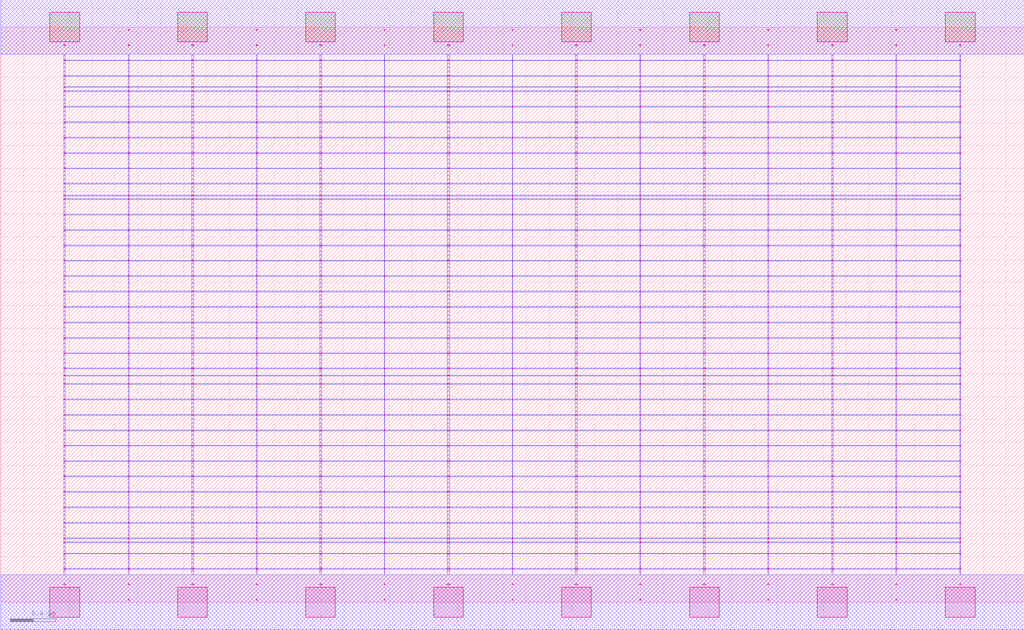
<source format=lef>
MACRO OAOAI2211_DEBUG
 CLASS CORE ;
 FOREIGN OAOAI2211_DEBUG 0 0 ;
 SIZE 8.96 BY 5.04 ;
 ORIGIN 0 0 ;
 SYMMETRY X Y R90 ;
 SITE unit ;

 OBS
    LAYER polycont ;
     RECT 4.47600000 2.58300000 4.48400000 2.59100000 ;
     RECT 4.47600000 2.71800000 4.48400000 2.72600000 ;
     RECT 4.47600000 2.85300000 4.48400000 2.86100000 ;
     RECT 4.47600000 2.98800000 4.48400000 2.99600000 ;
     RECT 6.71600000 2.58300000 6.72400000 2.59100000 ;
     RECT 7.27600000 2.58300000 7.28900000 2.59100000 ;
     RECT 7.83600000 2.58300000 7.84400000 2.59100000 ;
     RECT 8.39600000 2.58300000 8.40400000 2.59100000 ;
     RECT 5.03100000 2.58300000 5.04900000 2.59100000 ;
     RECT 5.03100000 2.71800000 5.04900000 2.72600000 ;
     RECT 5.59600000 2.71800000 5.60400000 2.72600000 ;
     RECT 6.15100000 2.71800000 6.16900000 2.72600000 ;
     RECT 6.71600000 2.71800000 6.72400000 2.72600000 ;
     RECT 7.27600000 2.71800000 7.28900000 2.72600000 ;
     RECT 7.83600000 2.71800000 7.84400000 2.72600000 ;
     RECT 8.39600000 2.71800000 8.40400000 2.72600000 ;
     RECT 5.59600000 2.58300000 5.60400000 2.59100000 ;
     RECT 5.03100000 2.85300000 5.04900000 2.86100000 ;
     RECT 5.59600000 2.85300000 5.60400000 2.86100000 ;
     RECT 6.15100000 2.85300000 6.16900000 2.86100000 ;
     RECT 6.71600000 2.85300000 6.72400000 2.86100000 ;
     RECT 7.27600000 2.85300000 7.28900000 2.86100000 ;
     RECT 7.83600000 2.85300000 7.84400000 2.86100000 ;
     RECT 8.39600000 2.85300000 8.40400000 2.86100000 ;
     RECT 6.15100000 2.58300000 6.16900000 2.59100000 ;
     RECT 5.03100000 2.98800000 5.04900000 2.99600000 ;
     RECT 5.59600000 2.98800000 5.60400000 2.99600000 ;
     RECT 6.15100000 2.98800000 6.16900000 2.99600000 ;
     RECT 6.71600000 2.98800000 6.72400000 2.99600000 ;
     RECT 7.27600000 2.98800000 7.28900000 2.99600000 ;
     RECT 7.83600000 2.98800000 7.84400000 2.99600000 ;
     RECT 8.39600000 2.98800000 8.40400000 2.99600000 ;
     RECT 7.83600000 3.12300000 7.84400000 3.13100000 ;
     RECT 8.39600000 3.12300000 8.40400000 3.13100000 ;
     RECT 7.83600000 3.25800000 7.84400000 3.26600000 ;
     RECT 8.39600000 3.25800000 8.40400000 3.26600000 ;
     RECT 7.83600000 3.39300000 7.84400000 3.40100000 ;
     RECT 8.39600000 3.39300000 8.40400000 3.40100000 ;
     RECT 7.83600000 3.52800000 7.84400000 3.53600000 ;
     RECT 8.39600000 3.52800000 8.40400000 3.53600000 ;
     RECT 7.83600000 3.56100000 7.84400000 3.56900000 ;
     RECT 8.39600000 3.56100000 8.40400000 3.56900000 ;
     RECT 7.83600000 3.66300000 7.84400000 3.67100000 ;
     RECT 8.39600000 3.66300000 8.40400000 3.67100000 ;
     RECT 7.83600000 3.79800000 7.84400000 3.80600000 ;
     RECT 8.39600000 3.79800000 8.40400000 3.80600000 ;
     RECT 7.83600000 3.93300000 7.84400000 3.94100000 ;
     RECT 8.39600000 3.93300000 8.40400000 3.94100000 ;
     RECT 7.83600000 4.06800000 7.84400000 4.07600000 ;
     RECT 8.39600000 4.06800000 8.40400000 4.07600000 ;
     RECT 7.83600000 4.20300000 7.84400000 4.21100000 ;
     RECT 8.39600000 4.20300000 8.40400000 4.21100000 ;
     RECT 7.83600000 4.33800000 7.84400000 4.34600000 ;
     RECT 8.39600000 4.33800000 8.40400000 4.34600000 ;
     RECT 7.83600000 4.47300000 7.84400000 4.48100000 ;
     RECT 8.39600000 4.47300000 8.40400000 4.48100000 ;
     RECT 7.83600000 4.51100000 7.84400000 4.51900000 ;
     RECT 8.39600000 4.51100000 8.40400000 4.51900000 ;
     RECT 7.83600000 4.60800000 7.84400000 4.61600000 ;
     RECT 8.39600000 4.60800000 8.40400000 4.61600000 ;
     RECT 7.83600000 4.74300000 7.84400000 4.75100000 ;
     RECT 8.39600000 4.74300000 8.40400000 4.75100000 ;
     RECT 7.83600000 4.87800000 7.84400000 4.88600000 ;
     RECT 8.39600000 4.87800000 8.40400000 4.88600000 ;
     RECT 3.91100000 2.85300000 3.92900000 2.86100000 ;
     RECT 1.11600000 2.71800000 1.12400000 2.72600000 ;
     RECT 1.67100000 2.71800000 1.68900000 2.72600000 ;
     RECT 2.23600000 2.71800000 2.24400000 2.72600000 ;
     RECT 2.79100000 2.71800000 2.80900000 2.72600000 ;
     RECT 3.35600000 2.71800000 3.36400000 2.72600000 ;
     RECT 3.91100000 2.71800000 3.92900000 2.72600000 ;
     RECT 1.11600000 2.58300000 1.12400000 2.59100000 ;
     RECT 1.67100000 2.58300000 1.68900000 2.59100000 ;
     RECT 0.55100000 2.98800000 0.56400000 2.99600000 ;
     RECT 1.11600000 2.98800000 1.12400000 2.99600000 ;
     RECT 1.67100000 2.98800000 1.68900000 2.99600000 ;
     RECT 2.23600000 2.98800000 2.24400000 2.99600000 ;
     RECT 2.79100000 2.98800000 2.80900000 2.99600000 ;
     RECT 3.35600000 2.98800000 3.36400000 2.99600000 ;
     RECT 3.91100000 2.98800000 3.92900000 2.99600000 ;
     RECT 2.23600000 2.58300000 2.24400000 2.59100000 ;
     RECT 2.79100000 2.58300000 2.80900000 2.59100000 ;
     RECT 3.35600000 2.58300000 3.36400000 2.59100000 ;
     RECT 3.91100000 2.58300000 3.92900000 2.59100000 ;
     RECT 0.55100000 2.58300000 0.56400000 2.59100000 ;
     RECT 0.55100000 2.71800000 0.56400000 2.72600000 ;
     RECT 0.55100000 2.85300000 0.56400000 2.86100000 ;
     RECT 1.11600000 2.85300000 1.12400000 2.86100000 ;
     RECT 1.67100000 2.85300000 1.68900000 2.86100000 ;
     RECT 2.23600000 2.85300000 2.24400000 2.86100000 ;
     RECT 2.79100000 2.85300000 2.80900000 2.86100000 ;
     RECT 3.35600000 2.85300000 3.36400000 2.86100000 ;
     RECT 6.71600000 1.63800000 6.72400000 1.64600000 ;
     RECT 6.71600000 1.77300000 6.72400000 1.78100000 ;
     RECT 6.71600000 1.90800000 6.72400000 1.91600000 ;
     RECT 6.71600000 1.98100000 6.72400000 1.98900000 ;
     RECT 6.71600000 2.04300000 6.72400000 2.05100000 ;
     RECT 6.71600000 2.17800000 6.72400000 2.18600000 ;
     RECT 6.71600000 2.31300000 6.72400000 2.32100000 ;
     RECT 6.71600000 2.44800000 6.72400000 2.45600000 ;
     RECT 6.71600000 0.15300000 6.72400000 0.16100000 ;
     RECT 6.71600000 0.28800000 6.72400000 0.29600000 ;
     RECT 6.71600000 0.42300000 6.72400000 0.43100000 ;
     RECT 6.71600000 0.52100000 6.72400000 0.52900000 ;
     RECT 6.71600000 0.55800000 6.72400000 0.56600000 ;
     RECT 6.71600000 0.69300000 6.72400000 0.70100000 ;
     RECT 6.71600000 0.82800000 6.72400000 0.83600000 ;
     RECT 6.71600000 0.96300000 6.72400000 0.97100000 ;
     RECT 6.71600000 1.09800000 6.72400000 1.10600000 ;
     RECT 6.71600000 1.23300000 6.72400000 1.24100000 ;
     RECT 6.71600000 1.36800000 6.72400000 1.37600000 ;
     RECT 6.71600000 1.50300000 6.72400000 1.51100000 ;

    LAYER pdiffc ;
     RECT 0.55100000 3.39300000 0.55900000 3.40100000 ;
     RECT 7.28100000 3.39300000 7.28900000 3.40100000 ;
     RECT 0.55100000 3.52800000 0.55900000 3.53600000 ;
     RECT 7.28100000 3.52800000 7.28900000 3.53600000 ;
     RECT 0.55100000 3.56100000 0.55900000 3.56900000 ;
     RECT 7.28100000 3.56100000 7.28900000 3.56900000 ;
     RECT 0.55100000 3.66300000 0.55900000 3.67100000 ;
     RECT 7.28100000 3.66300000 7.28900000 3.67100000 ;
     RECT 0.55100000 3.79800000 0.55900000 3.80600000 ;
     RECT 7.28100000 3.79800000 7.28900000 3.80600000 ;
     RECT 0.55100000 3.93300000 0.55900000 3.94100000 ;
     RECT 7.28100000 3.93300000 7.28900000 3.94100000 ;
     RECT 0.55100000 4.06800000 0.55900000 4.07600000 ;
     RECT 7.28100000 4.06800000 7.28900000 4.07600000 ;
     RECT 0.55100000 4.20300000 0.55900000 4.21100000 ;
     RECT 7.28100000 4.20300000 7.28900000 4.21100000 ;
     RECT 0.55100000 4.33800000 0.55900000 4.34600000 ;
     RECT 7.28100000 4.33800000 7.28900000 4.34600000 ;
     RECT 0.55100000 4.47300000 0.55900000 4.48100000 ;
     RECT 7.28100000 4.47300000 7.28900000 4.48100000 ;
     RECT 0.55100000 4.51100000 0.55900000 4.51900000 ;
     RECT 7.28100000 4.51100000 7.28900000 4.51900000 ;
     RECT 0.55100000 4.60800000 0.55900000 4.61600000 ;
     RECT 7.28100000 4.60800000 7.28900000 4.61600000 ;

    LAYER ndiffc ;
     RECT 5.03100000 0.42300000 5.04900000 0.43100000 ;
     RECT 6.15100000 0.42300000 6.16900000 0.43100000 ;
     RECT 7.27600000 0.42300000 7.28900000 0.43100000 ;
     RECT 8.39600000 0.42300000 8.40400000 0.43100000 ;
     RECT 5.03100000 0.52100000 5.04900000 0.52900000 ;
     RECT 6.15100000 0.52100000 6.16900000 0.52900000 ;
     RECT 7.27600000 0.52100000 7.28900000 0.52900000 ;
     RECT 8.39600000 0.52100000 8.40400000 0.52900000 ;
     RECT 5.03100000 0.55800000 5.04900000 0.56600000 ;
     RECT 6.15100000 0.55800000 6.16900000 0.56600000 ;
     RECT 7.27600000 0.55800000 7.28900000 0.56600000 ;
     RECT 8.39600000 0.55800000 8.40400000 0.56600000 ;
     RECT 5.03100000 0.69300000 5.04900000 0.70100000 ;
     RECT 6.15100000 0.69300000 6.16900000 0.70100000 ;
     RECT 7.27600000 0.69300000 7.28900000 0.70100000 ;
     RECT 8.39600000 0.69300000 8.40400000 0.70100000 ;
     RECT 5.03100000 0.82800000 5.04900000 0.83600000 ;
     RECT 6.15100000 0.82800000 6.16900000 0.83600000 ;
     RECT 7.27600000 0.82800000 7.28900000 0.83600000 ;
     RECT 8.39600000 0.82800000 8.40400000 0.83600000 ;
     RECT 5.03100000 0.96300000 5.04900000 0.97100000 ;
     RECT 6.15100000 0.96300000 6.16900000 0.97100000 ;
     RECT 7.27600000 0.96300000 7.28900000 0.97100000 ;
     RECT 8.39600000 0.96300000 8.40400000 0.97100000 ;
     RECT 5.03100000 1.09800000 5.04900000 1.10600000 ;
     RECT 6.15100000 1.09800000 6.16900000 1.10600000 ;
     RECT 7.27600000 1.09800000 7.28900000 1.10600000 ;
     RECT 8.39600000 1.09800000 8.40400000 1.10600000 ;
     RECT 5.03100000 1.23300000 5.04900000 1.24100000 ;
     RECT 6.15100000 1.23300000 6.16900000 1.24100000 ;
     RECT 7.27600000 1.23300000 7.28900000 1.24100000 ;
     RECT 8.39600000 1.23300000 8.40400000 1.24100000 ;
     RECT 5.03100000 1.36800000 5.04900000 1.37600000 ;
     RECT 6.15100000 1.36800000 6.16900000 1.37600000 ;
     RECT 7.27600000 1.36800000 7.28900000 1.37600000 ;
     RECT 8.39600000 1.36800000 8.40400000 1.37600000 ;
     RECT 5.03100000 1.50300000 5.04900000 1.51100000 ;
     RECT 6.15100000 1.50300000 6.16900000 1.51100000 ;
     RECT 7.27600000 1.50300000 7.28900000 1.51100000 ;
     RECT 8.39600000 1.50300000 8.40400000 1.51100000 ;
     RECT 5.03100000 1.63800000 5.04900000 1.64600000 ;
     RECT 6.15100000 1.63800000 6.16900000 1.64600000 ;
     RECT 7.27600000 1.63800000 7.28900000 1.64600000 ;
     RECT 8.39600000 1.63800000 8.40400000 1.64600000 ;
     RECT 5.03100000 1.77300000 5.04900000 1.78100000 ;
     RECT 6.15100000 1.77300000 6.16900000 1.78100000 ;
     RECT 7.27600000 1.77300000 7.28900000 1.78100000 ;
     RECT 8.39600000 1.77300000 8.40400000 1.78100000 ;
     RECT 5.03100000 1.90800000 5.04900000 1.91600000 ;
     RECT 6.15100000 1.90800000 6.16900000 1.91600000 ;
     RECT 7.27600000 1.90800000 7.28900000 1.91600000 ;
     RECT 8.39600000 1.90800000 8.40400000 1.91600000 ;
     RECT 5.03100000 1.98100000 5.04900000 1.98900000 ;
     RECT 6.15100000 1.98100000 6.16900000 1.98900000 ;
     RECT 7.27600000 1.98100000 7.28900000 1.98900000 ;
     RECT 8.39600000 1.98100000 8.40400000 1.98900000 ;
     RECT 5.03100000 2.04300000 5.04900000 2.05100000 ;
     RECT 6.15100000 2.04300000 6.16900000 2.05100000 ;
     RECT 7.27600000 2.04300000 7.28900000 2.05100000 ;
     RECT 8.39600000 2.04300000 8.40400000 2.05100000 ;
     RECT 0.55100000 0.42300000 0.56400000 0.43100000 ;
     RECT 1.67100000 0.42300000 1.68900000 0.43100000 ;
     RECT 2.79100000 0.42300000 2.80900000 0.43100000 ;
     RECT 3.91100000 0.42300000 3.92900000 0.43100000 ;
     RECT 0.55100000 1.36800000 0.56400000 1.37600000 ;
     RECT 1.67100000 1.36800000 1.68900000 1.37600000 ;
     RECT 2.79100000 1.36800000 2.80900000 1.37600000 ;
     RECT 3.91100000 1.36800000 3.92900000 1.37600000 ;
     RECT 0.55100000 0.82800000 0.56400000 0.83600000 ;
     RECT 1.67100000 0.82800000 1.68900000 0.83600000 ;
     RECT 2.79100000 0.82800000 2.80900000 0.83600000 ;
     RECT 3.91100000 0.82800000 3.92900000 0.83600000 ;
     RECT 0.55100000 1.50300000 0.56400000 1.51100000 ;
     RECT 1.67100000 1.50300000 1.68900000 1.51100000 ;
     RECT 2.79100000 1.50300000 2.80900000 1.51100000 ;
     RECT 3.91100000 1.50300000 3.92900000 1.51100000 ;
     RECT 0.55100000 0.55800000 0.56400000 0.56600000 ;
     RECT 1.67100000 0.55800000 1.68900000 0.56600000 ;
     RECT 2.79100000 0.55800000 2.80900000 0.56600000 ;
     RECT 3.91100000 0.55800000 3.92900000 0.56600000 ;
     RECT 0.55100000 1.63800000 0.56400000 1.64600000 ;
     RECT 1.67100000 1.63800000 1.68900000 1.64600000 ;
     RECT 2.79100000 1.63800000 2.80900000 1.64600000 ;
     RECT 3.91100000 1.63800000 3.92900000 1.64600000 ;
     RECT 0.55100000 0.96300000 0.56400000 0.97100000 ;
     RECT 1.67100000 0.96300000 1.68900000 0.97100000 ;
     RECT 2.79100000 0.96300000 2.80900000 0.97100000 ;
     RECT 3.91100000 0.96300000 3.92900000 0.97100000 ;
     RECT 0.55100000 1.77300000 0.56400000 1.78100000 ;
     RECT 1.67100000 1.77300000 1.68900000 1.78100000 ;
     RECT 2.79100000 1.77300000 2.80900000 1.78100000 ;
     RECT 3.91100000 1.77300000 3.92900000 1.78100000 ;
     RECT 0.55100000 0.52100000 0.56400000 0.52900000 ;
     RECT 1.67100000 0.52100000 1.68900000 0.52900000 ;
     RECT 2.79100000 0.52100000 2.80900000 0.52900000 ;
     RECT 3.91100000 0.52100000 3.92900000 0.52900000 ;
     RECT 0.55100000 1.90800000 0.56400000 1.91600000 ;
     RECT 1.67100000 1.90800000 1.68900000 1.91600000 ;
     RECT 2.79100000 1.90800000 2.80900000 1.91600000 ;
     RECT 3.91100000 1.90800000 3.92900000 1.91600000 ;
     RECT 0.55100000 1.09800000 0.56400000 1.10600000 ;
     RECT 1.67100000 1.09800000 1.68900000 1.10600000 ;
     RECT 2.79100000 1.09800000 2.80900000 1.10600000 ;
     RECT 3.91100000 1.09800000 3.92900000 1.10600000 ;
     RECT 0.55100000 1.98100000 0.56400000 1.98900000 ;
     RECT 1.67100000 1.98100000 1.68900000 1.98900000 ;
     RECT 2.79100000 1.98100000 2.80900000 1.98900000 ;
     RECT 3.91100000 1.98100000 3.92900000 1.98900000 ;
     RECT 0.55100000 0.69300000 0.56400000 0.70100000 ;
     RECT 1.67100000 0.69300000 1.68900000 0.70100000 ;
     RECT 2.79100000 0.69300000 2.80900000 0.70100000 ;
     RECT 3.91100000 0.69300000 3.92900000 0.70100000 ;
     RECT 0.55100000 2.04300000 0.56400000 2.05100000 ;
     RECT 1.67100000 2.04300000 1.68900000 2.05100000 ;
     RECT 2.79100000 2.04300000 2.80900000 2.05100000 ;
     RECT 3.91100000 2.04300000 3.92900000 2.05100000 ;
     RECT 0.55100000 1.23300000 0.56400000 1.24100000 ;
     RECT 1.67100000 1.23300000 1.68900000 1.24100000 ;
     RECT 2.79100000 1.23300000 2.80900000 1.24100000 ;
     RECT 3.91100000 1.23300000 3.92900000 1.24100000 ;

    LAYER met1 ;
     RECT 0.00000000 -0.24000000 8.96000000 0.24000000 ;
     RECT 4.47600000 0.24000000 4.48400000 0.28800000 ;
     RECT 0.55100000 0.28800000 8.40400000 0.29600000 ;
     RECT 4.47600000 0.29600000 4.48400000 0.42300000 ;
     RECT 0.55100000 0.42300000 8.40400000 0.43100000 ;
     RECT 4.47600000 0.43100000 4.48400000 0.52100000 ;
     RECT 0.55100000 0.52100000 8.40400000 0.52900000 ;
     RECT 4.47600000 0.52900000 4.48400000 0.55800000 ;
     RECT 0.55100000 0.55800000 8.40400000 0.56600000 ;
     RECT 4.47600000 0.56600000 4.48400000 0.69300000 ;
     RECT 0.55100000 0.69300000 8.40400000 0.70100000 ;
     RECT 4.47600000 0.70100000 4.48400000 0.82800000 ;
     RECT 0.55100000 0.82800000 8.40400000 0.83600000 ;
     RECT 4.47600000 0.83600000 4.48400000 0.96300000 ;
     RECT 0.55100000 0.96300000 8.40400000 0.97100000 ;
     RECT 4.47600000 0.97100000 4.48400000 1.09800000 ;
     RECT 0.55100000 1.09800000 8.40400000 1.10600000 ;
     RECT 4.47600000 1.10600000 4.48400000 1.23300000 ;
     RECT 0.55100000 1.23300000 8.40400000 1.24100000 ;
     RECT 4.47600000 1.24100000 4.48400000 1.36800000 ;
     RECT 0.55100000 1.36800000 8.40400000 1.37600000 ;
     RECT 4.47600000 1.37600000 4.48400000 1.50300000 ;
     RECT 0.55100000 1.50300000 8.40400000 1.51100000 ;
     RECT 4.47600000 1.51100000 4.48400000 1.63800000 ;
     RECT 0.55100000 1.63800000 8.40400000 1.64600000 ;
     RECT 4.47600000 1.64600000 4.48400000 1.77300000 ;
     RECT 0.55100000 1.77300000 8.40400000 1.78100000 ;
     RECT 4.47600000 1.78100000 4.48400000 1.90800000 ;
     RECT 0.55100000 1.90800000 8.40400000 1.91600000 ;
     RECT 4.47600000 1.91600000 4.48400000 1.98100000 ;
     RECT 0.55100000 1.98100000 8.40400000 1.98900000 ;
     RECT 4.47600000 1.98900000 4.48400000 2.04300000 ;
     RECT 0.55100000 2.04300000 8.40400000 2.05100000 ;
     RECT 4.47600000 2.05100000 4.48400000 2.17800000 ;
     RECT 0.55100000 2.17800000 8.40400000 2.18600000 ;
     RECT 4.47600000 2.18600000 4.48400000 2.31300000 ;
     RECT 0.55100000 2.31300000 8.40400000 2.32100000 ;
     RECT 4.47600000 2.32100000 4.48400000 2.44800000 ;
     RECT 0.55100000 2.44800000 8.40400000 2.45600000 ;
     RECT 0.55100000 2.45600000 0.56400000 2.58300000 ;
     RECT 1.11600000 2.45600000 1.12400000 2.58300000 ;
     RECT 1.67100000 2.45600000 1.68900000 2.58300000 ;
     RECT 2.23600000 2.45600000 2.24400000 2.58300000 ;
     RECT 2.79100000 2.45600000 2.80900000 2.58300000 ;
     RECT 3.35600000 2.45600000 3.36400000 2.58300000 ;
     RECT 3.91100000 2.45600000 3.92900000 2.58300000 ;
     RECT 4.47600000 2.45600000 4.48400000 2.58300000 ;
     RECT 5.03100000 2.45600000 5.04900000 2.58300000 ;
     RECT 5.59600000 2.45600000 5.60400000 2.58300000 ;
     RECT 6.15100000 2.45600000 6.16900000 2.58300000 ;
     RECT 6.71600000 2.45600000 6.72400000 2.58300000 ;
     RECT 7.27600000 2.45600000 7.28900000 2.58300000 ;
     RECT 7.83600000 2.45600000 7.84400000 2.58300000 ;
     RECT 8.39600000 2.45600000 8.40400000 2.58300000 ;
     RECT 0.55100000 2.58300000 8.40400000 2.59100000 ;
     RECT 4.47600000 2.59100000 4.48400000 2.71800000 ;
     RECT 0.55100000 2.71800000 8.40400000 2.72600000 ;
     RECT 4.47600000 2.72600000 4.48400000 2.85300000 ;
     RECT 0.55100000 2.85300000 8.40400000 2.86100000 ;
     RECT 4.47600000 2.86100000 4.48400000 2.98800000 ;
     RECT 0.55100000 2.98800000 8.40400000 2.99600000 ;
     RECT 4.47600000 2.99600000 4.48400000 3.12300000 ;
     RECT 0.55100000 3.12300000 8.40400000 3.13100000 ;
     RECT 4.47600000 3.13100000 4.48400000 3.25800000 ;
     RECT 0.55100000 3.25800000 8.40400000 3.26600000 ;
     RECT 4.47600000 3.26600000 4.48400000 3.39300000 ;
     RECT 0.55100000 3.39300000 8.40400000 3.40100000 ;
     RECT 4.47600000 3.40100000 4.48400000 3.52800000 ;
     RECT 0.55100000 3.52800000 8.40400000 3.53600000 ;
     RECT 4.47600000 3.53600000 4.48400000 3.56100000 ;
     RECT 0.55100000 3.56100000 8.40400000 3.56900000 ;
     RECT 4.47600000 3.56900000 4.48400000 3.66300000 ;
     RECT 0.55100000 3.66300000 8.40400000 3.67100000 ;
     RECT 4.47600000 3.67100000 4.48400000 3.79800000 ;
     RECT 0.55100000 3.79800000 8.40400000 3.80600000 ;
     RECT 4.47600000 3.80600000 4.48400000 3.93300000 ;
     RECT 0.55100000 3.93300000 8.40400000 3.94100000 ;
     RECT 4.47600000 3.94100000 4.48400000 4.06800000 ;
     RECT 0.55100000 4.06800000 8.40400000 4.07600000 ;
     RECT 4.47600000 4.07600000 4.48400000 4.20300000 ;
     RECT 0.55100000 4.20300000 8.40400000 4.21100000 ;
     RECT 4.47600000 4.21100000 4.48400000 4.33800000 ;
     RECT 0.55100000 4.33800000 8.40400000 4.34600000 ;
     RECT 4.47600000 4.34600000 4.48400000 4.47300000 ;
     RECT 0.55100000 4.47300000 8.40400000 4.48100000 ;
     RECT 4.47600000 4.48100000 4.48400000 4.51100000 ;
     RECT 0.55100000 4.51100000 8.40400000 4.51900000 ;
     RECT 4.47600000 4.51900000 4.48400000 4.60800000 ;
     RECT 0.55100000 4.60800000 8.40400000 4.61600000 ;
     RECT 4.47600000 4.61600000 4.48400000 4.74300000 ;
     RECT 0.55100000 4.74300000 8.40400000 4.75100000 ;
     RECT 4.47600000 4.75100000 4.48400000 4.80000000 ;
     RECT 0.00000000 4.80000000 8.96000000 5.28000000 ;
     RECT 6.71600000 3.13100000 6.72400000 3.25800000 ;
     RECT 6.71600000 3.26600000 6.72400000 3.39300000 ;
     RECT 6.71600000 3.40100000 6.72400000 3.52800000 ;
     RECT 6.71600000 2.72600000 6.72400000 2.85300000 ;
     RECT 6.71600000 3.53600000 6.72400000 3.56100000 ;
     RECT 6.71600000 3.56900000 6.72400000 3.66300000 ;
     RECT 6.71600000 2.59100000 6.72400000 2.71800000 ;
     RECT 6.71600000 3.67100000 6.72400000 3.79800000 ;
     RECT 5.03100000 3.80600000 5.04900000 3.93300000 ;
     RECT 5.59600000 3.80600000 5.60400000 3.93300000 ;
     RECT 6.15100000 3.80600000 6.16900000 3.93300000 ;
     RECT 6.71600000 3.80600000 6.72400000 3.93300000 ;
     RECT 7.27600000 3.80600000 7.28900000 3.93300000 ;
     RECT 7.83600000 3.80600000 7.84400000 3.93300000 ;
     RECT 8.39600000 3.80600000 8.40400000 3.93300000 ;
     RECT 6.71600000 2.86100000 6.72400000 2.98800000 ;
     RECT 6.71600000 3.94100000 6.72400000 4.06800000 ;
     RECT 6.71600000 4.07600000 6.72400000 4.20300000 ;
     RECT 6.71600000 4.21100000 6.72400000 4.33800000 ;
     RECT 6.71600000 4.34600000 6.72400000 4.47300000 ;
     RECT 6.71600000 4.48100000 6.72400000 4.51100000 ;
     RECT 6.71600000 2.99600000 6.72400000 3.12300000 ;
     RECT 6.71600000 4.51900000 6.72400000 4.60800000 ;
     RECT 6.71600000 4.61600000 6.72400000 4.74300000 ;
     RECT 6.71600000 4.75100000 6.72400000 4.80000000 ;
     RECT 7.27600000 4.21100000 7.28900000 4.33800000 ;
     RECT 7.83600000 4.21100000 7.84400000 4.33800000 ;
     RECT 8.39600000 4.21100000 8.40400000 4.33800000 ;
     RECT 8.39600000 3.94100000 8.40400000 4.06800000 ;
     RECT 7.27600000 4.34600000 7.28900000 4.47300000 ;
     RECT 7.83600000 4.34600000 7.84400000 4.47300000 ;
     RECT 8.39600000 4.34600000 8.40400000 4.47300000 ;
     RECT 7.27600000 3.94100000 7.28900000 4.06800000 ;
     RECT 7.27600000 4.48100000 7.28900000 4.51100000 ;
     RECT 7.83600000 4.48100000 7.84400000 4.51100000 ;
     RECT 8.39600000 4.48100000 8.40400000 4.51100000 ;
     RECT 7.27600000 4.07600000 7.28900000 4.20300000 ;
     RECT 7.83600000 4.07600000 7.84400000 4.20300000 ;
     RECT 7.27600000 4.51900000 7.28900000 4.60800000 ;
     RECT 7.83600000 4.51900000 7.84400000 4.60800000 ;
     RECT 8.39600000 4.51900000 8.40400000 4.60800000 ;
     RECT 8.39600000 4.07600000 8.40400000 4.20300000 ;
     RECT 7.27600000 4.61600000 7.28900000 4.74300000 ;
     RECT 7.83600000 4.61600000 7.84400000 4.74300000 ;
     RECT 8.39600000 4.61600000 8.40400000 4.74300000 ;
     RECT 7.83600000 3.94100000 7.84400000 4.06800000 ;
     RECT 7.27600000 4.75100000 7.28900000 4.80000000 ;
     RECT 7.83600000 4.75100000 7.84400000 4.80000000 ;
     RECT 8.39600000 4.75100000 8.40400000 4.80000000 ;
     RECT 6.15100000 4.07600000 6.16900000 4.20300000 ;
     RECT 5.59600000 3.94100000 5.60400000 4.06800000 ;
     RECT 6.15100000 3.94100000 6.16900000 4.06800000 ;
     RECT 5.03100000 4.51900000 5.04900000 4.60800000 ;
     RECT 5.59600000 4.51900000 5.60400000 4.60800000 ;
     RECT 6.15100000 4.51900000 6.16900000 4.60800000 ;
     RECT 5.03100000 4.34600000 5.04900000 4.47300000 ;
     RECT 5.59600000 4.34600000 5.60400000 4.47300000 ;
     RECT 6.15100000 4.34600000 6.16900000 4.47300000 ;
     RECT 5.03100000 3.94100000 5.04900000 4.06800000 ;
     RECT 5.03100000 4.61600000 5.04900000 4.74300000 ;
     RECT 5.59600000 4.61600000 5.60400000 4.74300000 ;
     RECT 6.15100000 4.61600000 6.16900000 4.74300000 ;
     RECT 5.03100000 4.07600000 5.04900000 4.20300000 ;
     RECT 5.03100000 4.21100000 5.04900000 4.33800000 ;
     RECT 5.59600000 4.21100000 5.60400000 4.33800000 ;
     RECT 5.03100000 4.48100000 5.04900000 4.51100000 ;
     RECT 5.03100000 4.75100000 5.04900000 4.80000000 ;
     RECT 5.59600000 4.75100000 5.60400000 4.80000000 ;
     RECT 6.15100000 4.75100000 6.16900000 4.80000000 ;
     RECT 5.59600000 4.48100000 5.60400000 4.51100000 ;
     RECT 6.15100000 4.48100000 6.16900000 4.51100000 ;
     RECT 6.15100000 4.21100000 6.16900000 4.33800000 ;
     RECT 5.59600000 4.07600000 5.60400000 4.20300000 ;
     RECT 5.03100000 3.56900000 5.04900000 3.66300000 ;
     RECT 5.59600000 3.56900000 5.60400000 3.66300000 ;
     RECT 6.15100000 3.56900000 6.16900000 3.66300000 ;
     RECT 5.03100000 3.26600000 5.04900000 3.39300000 ;
     RECT 6.15100000 2.59100000 6.16900000 2.71800000 ;
     RECT 5.59600000 3.26600000 5.60400000 3.39300000 ;
     RECT 5.03100000 3.67100000 5.04900000 3.79800000 ;
     RECT 5.59600000 3.67100000 5.60400000 3.79800000 ;
     RECT 6.15100000 3.67100000 6.16900000 3.79800000 ;
     RECT 6.15100000 3.26600000 6.16900000 3.39300000 ;
     RECT 5.03100000 2.86100000 5.04900000 2.98800000 ;
     RECT 5.59600000 2.86100000 5.60400000 2.98800000 ;
     RECT 6.15100000 3.13100000 6.16900000 3.25800000 ;
     RECT 5.59600000 2.72600000 5.60400000 2.85300000 ;
     RECT 6.15100000 2.72600000 6.16900000 2.85300000 ;
     RECT 5.03100000 3.40100000 5.04900000 3.52800000 ;
     RECT 5.59600000 3.40100000 5.60400000 3.52800000 ;
     RECT 5.03100000 2.99600000 5.04900000 3.12300000 ;
     RECT 6.15100000 3.40100000 6.16900000 3.52800000 ;
     RECT 5.59600000 3.13100000 5.60400000 3.25800000 ;
     RECT 6.15100000 2.86100000 6.16900000 2.98800000 ;
     RECT 5.03100000 2.59100000 5.04900000 2.71800000 ;
     RECT 5.59600000 2.59100000 5.60400000 2.71800000 ;
     RECT 5.03100000 3.53600000 5.04900000 3.56100000 ;
     RECT 5.59600000 3.53600000 5.60400000 3.56100000 ;
     RECT 6.15100000 3.53600000 6.16900000 3.56100000 ;
     RECT 5.59600000 2.99600000 5.60400000 3.12300000 ;
     RECT 6.15100000 2.99600000 6.16900000 3.12300000 ;
     RECT 5.03100000 2.72600000 5.04900000 2.85300000 ;
     RECT 5.03100000 3.13100000 5.04900000 3.25800000 ;
     RECT 7.83600000 2.72600000 7.84400000 2.85300000 ;
     RECT 8.39600000 2.86100000 8.40400000 2.98800000 ;
     RECT 7.27600000 2.59100000 7.28900000 2.71800000 ;
     RECT 7.27600000 2.99600000 7.28900000 3.12300000 ;
     RECT 8.39600000 2.72600000 8.40400000 2.85300000 ;
     RECT 8.39600000 3.26600000 8.40400000 3.39300000 ;
     RECT 7.27600000 3.40100000 7.28900000 3.52800000 ;
     RECT 7.83600000 3.40100000 7.84400000 3.52800000 ;
     RECT 8.39600000 3.40100000 8.40400000 3.52800000 ;
     RECT 7.27600000 3.56900000 7.28900000 3.66300000 ;
     RECT 7.83600000 3.56900000 7.84400000 3.66300000 ;
     RECT 7.83600000 2.99600000 7.84400000 3.12300000 ;
     RECT 8.39600000 2.99600000 8.40400000 3.12300000 ;
     RECT 7.83600000 2.59100000 7.84400000 2.71800000 ;
     RECT 8.39600000 3.56900000 8.40400000 3.66300000 ;
     RECT 7.27600000 3.13100000 7.28900000 3.25800000 ;
     RECT 7.27600000 2.72600000 7.28900000 2.85300000 ;
     RECT 7.83600000 3.13100000 7.84400000 3.25800000 ;
     RECT 8.39600000 3.13100000 8.40400000 3.25800000 ;
     RECT 7.27600000 3.26600000 7.28900000 3.39300000 ;
     RECT 8.39600000 2.59100000 8.40400000 2.71800000 ;
     RECT 7.83600000 3.26600000 7.84400000 3.39300000 ;
     RECT 7.27600000 2.86100000 7.28900000 2.98800000 ;
     RECT 7.83600000 2.86100000 7.84400000 2.98800000 ;
     RECT 7.27600000 3.67100000 7.28900000 3.79800000 ;
     RECT 7.83600000 3.67100000 7.84400000 3.79800000 ;
     RECT 8.39600000 3.67100000 8.40400000 3.79800000 ;
     RECT 7.27600000 3.53600000 7.28900000 3.56100000 ;
     RECT 7.83600000 3.53600000 7.84400000 3.56100000 ;
     RECT 8.39600000 3.53600000 8.40400000 3.56100000 ;
     RECT 2.23600000 3.94100000 2.24400000 4.06800000 ;
     RECT 2.23600000 3.40100000 2.24400000 3.52800000 ;
     RECT 2.23600000 4.07600000 2.24400000 4.20300000 ;
     RECT 2.23600000 3.53600000 2.24400000 3.56100000 ;
     RECT 2.23600000 4.21100000 2.24400000 4.33800000 ;
     RECT 2.23600000 2.86100000 2.24400000 2.98800000 ;
     RECT 2.23600000 3.13100000 2.24400000 3.25800000 ;
     RECT 2.23600000 4.34600000 2.24400000 4.47300000 ;
     RECT 2.23600000 3.56900000 2.24400000 3.66300000 ;
     RECT 2.23600000 4.48100000 2.24400000 4.51100000 ;
     RECT 2.23600000 2.72600000 2.24400000 2.85300000 ;
     RECT 2.23600000 4.51900000 2.24400000 4.60800000 ;
     RECT 2.23600000 3.67100000 2.24400000 3.79800000 ;
     RECT 2.23600000 4.61600000 2.24400000 4.74300000 ;
     RECT 2.23600000 3.26600000 2.24400000 3.39300000 ;
     RECT 2.23600000 2.59100000 2.24400000 2.71800000 ;
     RECT 0.55100000 3.80600000 0.56400000 3.93300000 ;
     RECT 1.11600000 3.80600000 1.12400000 3.93300000 ;
     RECT 2.23600000 4.75100000 2.24400000 4.80000000 ;
     RECT 1.67100000 3.80600000 1.68900000 3.93300000 ;
     RECT 2.23600000 3.80600000 2.24400000 3.93300000 ;
     RECT 2.79100000 3.80600000 2.80900000 3.93300000 ;
     RECT 3.35600000 3.80600000 3.36400000 3.93300000 ;
     RECT 3.91100000 3.80600000 3.92900000 3.93300000 ;
     RECT 2.23600000 2.99600000 2.24400000 3.12300000 ;
     RECT 2.79100000 3.94100000 2.80900000 4.06800000 ;
     RECT 2.79100000 4.21100000 2.80900000 4.33800000 ;
     RECT 2.79100000 4.51900000 2.80900000 4.60800000 ;
     RECT 3.35600000 4.51900000 3.36400000 4.60800000 ;
     RECT 3.91100000 4.51900000 3.92900000 4.60800000 ;
     RECT 3.35600000 4.21100000 3.36400000 4.33800000 ;
     RECT 3.91100000 4.21100000 3.92900000 4.33800000 ;
     RECT 2.79100000 4.61600000 2.80900000 4.74300000 ;
     RECT 3.35600000 4.61600000 3.36400000 4.74300000 ;
     RECT 3.91100000 4.61600000 3.92900000 4.74300000 ;
     RECT 3.35600000 3.94100000 3.36400000 4.06800000 ;
     RECT 2.79100000 4.07600000 2.80900000 4.20300000 ;
     RECT 3.35600000 4.07600000 3.36400000 4.20300000 ;
     RECT 2.79100000 4.34600000 2.80900000 4.47300000 ;
     RECT 3.35600000 4.34600000 3.36400000 4.47300000 ;
     RECT 2.79100000 4.75100000 2.80900000 4.80000000 ;
     RECT 3.35600000 4.75100000 3.36400000 4.80000000 ;
     RECT 3.91100000 4.75100000 3.92900000 4.80000000 ;
     RECT 3.91100000 4.34600000 3.92900000 4.47300000 ;
     RECT 3.91100000 4.07600000 3.92900000 4.20300000 ;
     RECT 3.91100000 3.94100000 3.92900000 4.06800000 ;
     RECT 2.79100000 4.48100000 2.80900000 4.51100000 ;
     RECT 3.35600000 4.48100000 3.36400000 4.51100000 ;
     RECT 3.91100000 4.48100000 3.92900000 4.51100000 ;
     RECT 0.55100000 4.61600000 0.56400000 4.74300000 ;
     RECT 1.11600000 4.61600000 1.12400000 4.74300000 ;
     RECT 1.67100000 4.61600000 1.68900000 4.74300000 ;
     RECT 1.67100000 4.07600000 1.68900000 4.20300000 ;
     RECT 1.67100000 3.94100000 1.68900000 4.06800000 ;
     RECT 0.55100000 4.48100000 0.56400000 4.51100000 ;
     RECT 1.11600000 4.48100000 1.12400000 4.51100000 ;
     RECT 1.67100000 4.48100000 1.68900000 4.51100000 ;
     RECT 0.55100000 3.94100000 0.56400000 4.06800000 ;
     RECT 1.11600000 3.94100000 1.12400000 4.06800000 ;
     RECT 0.55100000 4.07600000 0.56400000 4.20300000 ;
     RECT 0.55100000 4.75100000 0.56400000 4.80000000 ;
     RECT 1.11600000 4.75100000 1.12400000 4.80000000 ;
     RECT 1.67100000 4.75100000 1.68900000 4.80000000 ;
     RECT 1.11600000 4.07600000 1.12400000 4.20300000 ;
     RECT 0.55100000 4.34600000 0.56400000 4.47300000 ;
     RECT 0.55100000 4.51900000 0.56400000 4.60800000 ;
     RECT 1.11600000 4.51900000 1.12400000 4.60800000 ;
     RECT 1.67100000 4.51900000 1.68900000 4.60800000 ;
     RECT 1.11600000 4.34600000 1.12400000 4.47300000 ;
     RECT 1.67100000 4.34600000 1.68900000 4.47300000 ;
     RECT 0.55100000 4.21100000 0.56400000 4.33800000 ;
     RECT 1.11600000 4.21100000 1.12400000 4.33800000 ;
     RECT 1.67100000 4.21100000 1.68900000 4.33800000 ;
     RECT 0.55100000 3.56900000 0.56400000 3.66300000 ;
     RECT 1.11600000 3.26600000 1.12400000 3.39300000 ;
     RECT 1.67100000 3.26600000 1.68900000 3.39300000 ;
     RECT 1.11600000 3.56900000 1.12400000 3.66300000 ;
     RECT 1.67100000 3.56900000 1.68900000 3.66300000 ;
     RECT 0.55100000 2.72600000 0.56400000 2.85300000 ;
     RECT 1.67100000 3.40100000 1.68900000 3.52800000 ;
     RECT 1.11600000 2.72600000 1.12400000 2.85300000 ;
     RECT 0.55100000 2.86100000 0.56400000 2.98800000 ;
     RECT 1.11600000 2.86100000 1.12400000 2.98800000 ;
     RECT 0.55100000 3.13100000 0.56400000 3.25800000 ;
     RECT 1.11600000 3.13100000 1.12400000 3.25800000 ;
     RECT 1.67100000 3.13100000 1.68900000 3.25800000 ;
     RECT 1.67100000 2.72600000 1.68900000 2.85300000 ;
     RECT 1.67100000 2.86100000 1.68900000 2.98800000 ;
     RECT 1.67100000 2.59100000 1.68900000 2.71800000 ;
     RECT 0.55100000 3.26600000 0.56400000 3.39300000 ;
     RECT 0.55100000 3.53600000 0.56400000 3.56100000 ;
     RECT 1.11600000 3.53600000 1.12400000 3.56100000 ;
     RECT 1.67100000 3.53600000 1.68900000 3.56100000 ;
     RECT 0.55100000 3.40100000 0.56400000 3.52800000 ;
     RECT 1.11600000 3.40100000 1.12400000 3.52800000 ;
     RECT 0.55100000 2.59100000 0.56400000 2.71800000 ;
     RECT 1.11600000 2.59100000 1.12400000 2.71800000 ;
     RECT 0.55100000 3.67100000 0.56400000 3.79800000 ;
     RECT 1.11600000 3.67100000 1.12400000 3.79800000 ;
     RECT 0.55100000 2.99600000 0.56400000 3.12300000 ;
     RECT 1.11600000 2.99600000 1.12400000 3.12300000 ;
     RECT 1.67100000 2.99600000 1.68900000 3.12300000 ;
     RECT 1.67100000 3.67100000 1.68900000 3.79800000 ;
     RECT 3.91100000 3.40100000 3.92900000 3.52800000 ;
     RECT 3.91100000 3.13100000 3.92900000 3.25800000 ;
     RECT 2.79100000 2.72600000 2.80900000 2.85300000 ;
     RECT 3.35600000 2.72600000 3.36400000 2.85300000 ;
     RECT 3.91100000 2.72600000 3.92900000 2.85300000 ;
     RECT 2.79100000 2.86100000 2.80900000 2.98800000 ;
     RECT 2.79100000 3.26600000 2.80900000 3.39300000 ;
     RECT 3.35600000 3.26600000 3.36400000 3.39300000 ;
     RECT 3.91100000 3.26600000 3.92900000 3.39300000 ;
     RECT 3.91100000 2.99600000 3.92900000 3.12300000 ;
     RECT 2.79100000 2.59100000 2.80900000 2.71800000 ;
     RECT 3.35600000 2.59100000 3.36400000 2.71800000 ;
     RECT 3.91100000 2.59100000 3.92900000 2.71800000 ;
     RECT 3.35600000 2.99600000 3.36400000 3.12300000 ;
     RECT 2.79100000 3.13100000 2.80900000 3.25800000 ;
     RECT 2.79100000 3.56900000 2.80900000 3.66300000 ;
     RECT 3.35600000 3.56900000 3.36400000 3.66300000 ;
     RECT 3.91100000 3.56900000 3.92900000 3.66300000 ;
     RECT 3.35600000 3.13100000 3.36400000 3.25800000 ;
     RECT 2.79100000 2.99600000 2.80900000 3.12300000 ;
     RECT 2.79100000 3.40100000 2.80900000 3.52800000 ;
     RECT 3.35600000 3.40100000 3.36400000 3.52800000 ;
     RECT 3.35600000 3.53600000 3.36400000 3.56100000 ;
     RECT 2.79100000 3.67100000 2.80900000 3.79800000 ;
     RECT 3.35600000 3.67100000 3.36400000 3.79800000 ;
     RECT 3.91100000 3.67100000 3.92900000 3.79800000 ;
     RECT 3.91100000 3.53600000 3.92900000 3.56100000 ;
     RECT 2.79100000 3.53600000 2.80900000 3.56100000 ;
     RECT 3.35600000 2.86100000 3.36400000 2.98800000 ;
     RECT 3.91100000 2.86100000 3.92900000 2.98800000 ;
     RECT 2.23600000 1.37600000 2.24400000 1.50300000 ;
     RECT 2.23600000 0.43100000 2.24400000 0.52100000 ;
     RECT 2.23600000 1.51100000 2.24400000 1.63800000 ;
     RECT 2.23600000 1.64600000 2.24400000 1.77300000 ;
     RECT 2.23600000 1.78100000 2.24400000 1.90800000 ;
     RECT 2.23600000 1.91600000 2.24400000 1.98100000 ;
     RECT 2.23600000 1.98900000 2.24400000 2.04300000 ;
     RECT 2.23600000 0.52900000 2.24400000 0.55800000 ;
     RECT 2.23600000 2.05100000 2.24400000 2.17800000 ;
     RECT 2.23600000 2.18600000 2.24400000 2.31300000 ;
     RECT 2.23600000 2.32100000 2.24400000 2.44800000 ;
     RECT 2.23600000 0.56600000 2.24400000 0.69300000 ;
     RECT 2.23600000 0.70100000 2.24400000 0.82800000 ;
     RECT 2.23600000 0.83600000 2.24400000 0.96300000 ;
     RECT 2.23600000 0.29600000 2.24400000 0.42300000 ;
     RECT 2.23600000 0.97100000 2.24400000 1.09800000 ;
     RECT 0.55100000 1.10600000 0.56400000 1.23300000 ;
     RECT 1.11600000 1.10600000 1.12400000 1.23300000 ;
     RECT 1.67100000 1.10600000 1.68900000 1.23300000 ;
     RECT 2.23600000 1.10600000 2.24400000 1.23300000 ;
     RECT 2.79100000 1.10600000 2.80900000 1.23300000 ;
     RECT 3.35600000 1.10600000 3.36400000 1.23300000 ;
     RECT 3.91100000 1.10600000 3.92900000 1.23300000 ;
     RECT 2.23600000 0.24000000 2.24400000 0.28800000 ;
     RECT 2.23600000 1.24100000 2.24400000 1.36800000 ;
     RECT 3.35600000 1.51100000 3.36400000 1.63800000 ;
     RECT 3.91100000 1.51100000 3.92900000 1.63800000 ;
     RECT 2.79100000 2.05100000 2.80900000 2.17800000 ;
     RECT 3.35600000 2.05100000 3.36400000 2.17800000 ;
     RECT 3.91100000 2.05100000 3.92900000 2.17800000 ;
     RECT 3.91100000 1.37600000 3.92900000 1.50300000 ;
     RECT 2.79100000 2.18600000 2.80900000 2.31300000 ;
     RECT 3.35600000 2.18600000 3.36400000 2.31300000 ;
     RECT 3.91100000 2.18600000 3.92900000 2.31300000 ;
     RECT 2.79100000 1.64600000 2.80900000 1.77300000 ;
     RECT 2.79100000 2.32100000 2.80900000 2.44800000 ;
     RECT 3.35600000 2.32100000 3.36400000 2.44800000 ;
     RECT 3.91100000 2.32100000 3.92900000 2.44800000 ;
     RECT 3.35600000 1.64600000 3.36400000 1.77300000 ;
     RECT 3.91100000 1.64600000 3.92900000 1.77300000 ;
     RECT 2.79100000 1.37600000 2.80900000 1.50300000 ;
     RECT 2.79100000 1.78100000 2.80900000 1.90800000 ;
     RECT 3.35600000 1.78100000 3.36400000 1.90800000 ;
     RECT 3.91100000 1.78100000 3.92900000 1.90800000 ;
     RECT 3.35600000 1.37600000 3.36400000 1.50300000 ;
     RECT 2.79100000 1.91600000 2.80900000 1.98100000 ;
     RECT 3.35600000 1.91600000 3.36400000 1.98100000 ;
     RECT 3.91100000 1.91600000 3.92900000 1.98100000 ;
     RECT 2.79100000 1.51100000 2.80900000 1.63800000 ;
     RECT 2.79100000 1.98900000 2.80900000 2.04300000 ;
     RECT 3.35600000 1.98900000 3.36400000 2.04300000 ;
     RECT 3.91100000 1.98900000 3.92900000 2.04300000 ;
     RECT 2.79100000 1.24100000 2.80900000 1.36800000 ;
     RECT 3.35600000 1.24100000 3.36400000 1.36800000 ;
     RECT 3.91100000 1.24100000 3.92900000 1.36800000 ;
     RECT 0.55100000 1.78100000 0.56400000 1.90800000 ;
     RECT 0.55100000 2.32100000 0.56400000 2.44800000 ;
     RECT 1.11600000 2.32100000 1.12400000 2.44800000 ;
     RECT 1.67100000 2.32100000 1.68900000 2.44800000 ;
     RECT 0.55100000 1.98900000 0.56400000 2.04300000 ;
     RECT 1.11600000 1.98900000 1.12400000 2.04300000 ;
     RECT 1.67100000 1.98900000 1.68900000 2.04300000 ;
     RECT 1.11600000 1.78100000 1.12400000 1.90800000 ;
     RECT 1.67100000 1.78100000 1.68900000 1.90800000 ;
     RECT 0.55100000 1.64600000 0.56400000 1.77300000 ;
     RECT 1.11600000 1.64600000 1.12400000 1.77300000 ;
     RECT 1.67100000 1.64600000 1.68900000 1.77300000 ;
     RECT 0.55100000 2.05100000 0.56400000 2.17800000 ;
     RECT 1.11600000 2.05100000 1.12400000 2.17800000 ;
     RECT 1.67100000 2.05100000 1.68900000 2.17800000 ;
     RECT 1.67100000 1.37600000 1.68900000 1.50300000 ;
     RECT 0.55100000 1.91600000 0.56400000 1.98100000 ;
     RECT 1.11600000 1.91600000 1.12400000 1.98100000 ;
     RECT 1.67100000 1.91600000 1.68900000 1.98100000 ;
     RECT 0.55100000 2.18600000 0.56400000 2.31300000 ;
     RECT 1.11600000 2.18600000 1.12400000 2.31300000 ;
     RECT 0.55100000 1.24100000 0.56400000 1.36800000 ;
     RECT 1.11600000 1.24100000 1.12400000 1.36800000 ;
     RECT 1.67100000 1.24100000 1.68900000 1.36800000 ;
     RECT 1.67100000 2.18600000 1.68900000 2.31300000 ;
     RECT 0.55100000 1.51100000 0.56400000 1.63800000 ;
     RECT 1.11600000 1.51100000 1.12400000 1.63800000 ;
     RECT 1.67100000 1.51100000 1.68900000 1.63800000 ;
     RECT 0.55100000 1.37600000 0.56400000 1.50300000 ;
     RECT 1.11600000 1.37600000 1.12400000 1.50300000 ;
     RECT 0.55100000 0.97100000 0.56400000 1.09800000 ;
     RECT 1.11600000 0.97100000 1.12400000 1.09800000 ;
     RECT 1.67100000 0.97100000 1.68900000 1.09800000 ;
     RECT 1.67100000 0.52900000 1.68900000 0.55800000 ;
     RECT 0.55100000 0.56600000 0.56400000 0.69300000 ;
     RECT 1.11600000 0.56600000 1.12400000 0.69300000 ;
     RECT 1.67100000 0.56600000 1.68900000 0.69300000 ;
     RECT 0.55100000 0.52900000 0.56400000 0.55800000 ;
     RECT 1.11600000 0.24000000 1.12400000 0.28800000 ;
     RECT 0.55100000 0.29600000 0.56400000 0.42300000 ;
     RECT 0.55100000 0.70100000 0.56400000 0.82800000 ;
     RECT 1.67100000 0.24000000 1.68900000 0.28800000 ;
     RECT 1.11600000 0.70100000 1.12400000 0.82800000 ;
     RECT 1.67100000 0.70100000 1.68900000 0.82800000 ;
     RECT 1.67100000 0.43100000 1.68900000 0.52100000 ;
     RECT 1.11600000 0.29600000 1.12400000 0.42300000 ;
     RECT 1.67100000 0.29600000 1.68900000 0.42300000 ;
     RECT 0.55100000 0.83600000 0.56400000 0.96300000 ;
     RECT 1.11600000 0.83600000 1.12400000 0.96300000 ;
     RECT 1.67100000 0.83600000 1.68900000 0.96300000 ;
     RECT 0.55100000 0.43100000 0.56400000 0.52100000 ;
     RECT 1.11600000 0.43100000 1.12400000 0.52100000 ;
     RECT 0.55100000 0.24000000 0.56400000 0.28800000 ;
     RECT 1.11600000 0.52900000 1.12400000 0.55800000 ;
     RECT 3.35600000 0.97100000 3.36400000 1.09800000 ;
     RECT 3.91100000 0.97100000 3.92900000 1.09800000 ;
     RECT 3.35600000 0.29600000 3.36400000 0.42300000 ;
     RECT 3.91100000 0.29600000 3.92900000 0.42300000 ;
     RECT 3.91100000 0.24000000 3.92900000 0.28800000 ;
     RECT 2.79100000 0.70100000 2.80900000 0.82800000 ;
     RECT 3.35600000 0.70100000 3.36400000 0.82800000 ;
     RECT 3.91100000 0.70100000 3.92900000 0.82800000 ;
     RECT 3.91100000 0.52900000 3.92900000 0.55800000 ;
     RECT 3.35600000 0.24000000 3.36400000 0.28800000 ;
     RECT 2.79100000 0.24000000 2.80900000 0.28800000 ;
     RECT 2.79100000 0.56600000 2.80900000 0.69300000 ;
     RECT 3.35600000 0.56600000 3.36400000 0.69300000 ;
     RECT 3.91100000 0.56600000 3.92900000 0.69300000 ;
     RECT 2.79100000 0.83600000 2.80900000 0.96300000 ;
     RECT 3.35600000 0.83600000 3.36400000 0.96300000 ;
     RECT 3.91100000 0.83600000 3.92900000 0.96300000 ;
     RECT 3.35600000 0.43100000 3.36400000 0.52100000 ;
     RECT 2.79100000 0.29600000 2.80900000 0.42300000 ;
     RECT 2.79100000 0.43100000 2.80900000 0.52100000 ;
     RECT 2.79100000 0.52900000 2.80900000 0.55800000 ;
     RECT 3.91100000 0.43100000 3.92900000 0.52100000 ;
     RECT 3.35600000 0.52900000 3.36400000 0.55800000 ;
     RECT 2.79100000 0.97100000 2.80900000 1.09800000 ;
     RECT 6.71600000 0.43100000 6.72400000 0.52100000 ;
     RECT 6.71600000 0.56600000 6.72400000 0.69300000 ;
     RECT 6.71600000 1.91600000 6.72400000 1.98100000 ;
     RECT 5.03100000 1.10600000 5.04900000 1.23300000 ;
     RECT 5.59600000 1.10600000 5.60400000 1.23300000 ;
     RECT 6.15100000 1.10600000 6.16900000 1.23300000 ;
     RECT 6.71600000 1.10600000 6.72400000 1.23300000 ;
     RECT 7.27600000 1.10600000 7.28900000 1.23300000 ;
     RECT 7.83600000 1.10600000 7.84400000 1.23300000 ;
     RECT 8.39600000 1.10600000 8.40400000 1.23300000 ;
     RECT 6.71600000 1.98900000 6.72400000 2.04300000 ;
     RECT 6.71600000 0.29600000 6.72400000 0.42300000 ;
     RECT 6.71600000 2.05100000 6.72400000 2.17800000 ;
     RECT 6.71600000 1.24100000 6.72400000 1.36800000 ;
     RECT 6.71600000 2.18600000 6.72400000 2.31300000 ;
     RECT 6.71600000 0.70100000 6.72400000 0.82800000 ;
     RECT 6.71600000 0.24000000 6.72400000 0.28800000 ;
     RECT 6.71600000 2.32100000 6.72400000 2.44800000 ;
     RECT 6.71600000 1.37600000 6.72400000 1.50300000 ;
     RECT 6.71600000 0.52900000 6.72400000 0.55800000 ;
     RECT 6.71600000 1.51100000 6.72400000 1.63800000 ;
     RECT 6.71600000 0.83600000 6.72400000 0.96300000 ;
     RECT 6.71600000 1.64600000 6.72400000 1.77300000 ;
     RECT 6.71600000 0.97100000 6.72400000 1.09800000 ;
     RECT 6.71600000 1.78100000 6.72400000 1.90800000 ;
     RECT 8.39600000 1.24100000 8.40400000 1.36800000 ;
     RECT 7.27600000 1.98900000 7.28900000 2.04300000 ;
     RECT 7.27600000 2.18600000 7.28900000 2.31300000 ;
     RECT 7.83600000 2.18600000 7.84400000 2.31300000 ;
     RECT 8.39600000 2.18600000 8.40400000 2.31300000 ;
     RECT 7.83600000 1.98900000 7.84400000 2.04300000 ;
     RECT 8.39600000 1.98900000 8.40400000 2.04300000 ;
     RECT 8.39600000 1.91600000 8.40400000 1.98100000 ;
     RECT 7.27600000 2.32100000 7.28900000 2.44800000 ;
     RECT 7.83600000 2.32100000 7.84400000 2.44800000 ;
     RECT 8.39600000 2.32100000 8.40400000 2.44800000 ;
     RECT 7.27600000 1.91600000 7.28900000 1.98100000 ;
     RECT 7.27600000 1.37600000 7.28900000 1.50300000 ;
     RECT 7.83600000 1.37600000 7.84400000 1.50300000 ;
     RECT 8.39600000 1.37600000 8.40400000 1.50300000 ;
     RECT 7.27600000 2.05100000 7.28900000 2.17800000 ;
     RECT 7.83600000 2.05100000 7.84400000 2.17800000 ;
     RECT 7.27600000 1.51100000 7.28900000 1.63800000 ;
     RECT 7.83600000 1.51100000 7.84400000 1.63800000 ;
     RECT 8.39600000 1.51100000 8.40400000 1.63800000 ;
     RECT 8.39600000 2.05100000 8.40400000 2.17800000 ;
     RECT 7.83600000 1.91600000 7.84400000 1.98100000 ;
     RECT 7.27600000 1.64600000 7.28900000 1.77300000 ;
     RECT 7.83600000 1.64600000 7.84400000 1.77300000 ;
     RECT 8.39600000 1.64600000 8.40400000 1.77300000 ;
     RECT 7.27600000 1.24100000 7.28900000 1.36800000 ;
     RECT 7.83600000 1.24100000 7.84400000 1.36800000 ;
     RECT 7.27600000 1.78100000 7.28900000 1.90800000 ;
     RECT 7.83600000 1.78100000 7.84400000 1.90800000 ;
     RECT 8.39600000 1.78100000 8.40400000 1.90800000 ;
     RECT 5.59600000 1.98900000 5.60400000 2.04300000 ;
     RECT 6.15100000 1.37600000 6.16900000 1.50300000 ;
     RECT 5.03100000 2.05100000 5.04900000 2.17800000 ;
     RECT 5.59600000 2.05100000 5.60400000 2.17800000 ;
     RECT 5.03100000 2.18600000 5.04900000 2.31300000 ;
     RECT 5.59600000 2.18600000 5.60400000 2.31300000 ;
     RECT 6.15100000 2.18600000 6.16900000 2.31300000 ;
     RECT 5.03100000 1.51100000 5.04900000 1.63800000 ;
     RECT 5.59600000 1.51100000 5.60400000 1.63800000 ;
     RECT 6.15100000 1.51100000 6.16900000 1.63800000 ;
     RECT 6.15100000 2.05100000 6.16900000 2.17800000 ;
     RECT 6.15100000 1.98900000 6.16900000 2.04300000 ;
     RECT 6.15100000 1.91600000 6.16900000 1.98100000 ;
     RECT 5.03100000 1.91600000 5.04900000 1.98100000 ;
     RECT 5.59600000 1.91600000 5.60400000 1.98100000 ;
     RECT 5.03100000 1.64600000 5.04900000 1.77300000 ;
     RECT 5.59600000 1.64600000 5.60400000 1.77300000 ;
     RECT 6.15100000 1.64600000 6.16900000 1.77300000 ;
     RECT 5.03100000 1.24100000 5.04900000 1.36800000 ;
     RECT 5.03100000 1.37600000 5.04900000 1.50300000 ;
     RECT 5.59600000 1.37600000 5.60400000 1.50300000 ;
     RECT 5.03100000 2.32100000 5.04900000 2.44800000 ;
     RECT 5.59600000 2.32100000 5.60400000 2.44800000 ;
     RECT 5.03100000 1.78100000 5.04900000 1.90800000 ;
     RECT 5.59600000 1.78100000 5.60400000 1.90800000 ;
     RECT 6.15100000 1.78100000 6.16900000 1.90800000 ;
     RECT 6.15100000 2.32100000 6.16900000 2.44800000 ;
     RECT 5.59600000 1.24100000 5.60400000 1.36800000 ;
     RECT 6.15100000 1.24100000 6.16900000 1.36800000 ;
     RECT 5.03100000 1.98900000 5.04900000 2.04300000 ;
     RECT 5.59600000 0.24000000 5.60400000 0.28800000 ;
     RECT 5.03100000 0.29600000 5.04900000 0.42300000 ;
     RECT 5.59600000 0.52900000 5.60400000 0.55800000 ;
     RECT 6.15100000 0.52900000 6.16900000 0.55800000 ;
     RECT 6.15100000 0.70100000 6.16900000 0.82800000 ;
     RECT 5.03100000 0.83600000 5.04900000 0.96300000 ;
     RECT 5.59600000 0.83600000 5.60400000 0.96300000 ;
     RECT 6.15100000 0.83600000 6.16900000 0.96300000 ;
     RECT 6.15100000 0.29600000 6.16900000 0.42300000 ;
     RECT 5.59600000 0.29600000 5.60400000 0.42300000 ;
     RECT 5.03100000 0.43100000 5.04900000 0.52100000 ;
     RECT 5.59600000 0.43100000 5.60400000 0.52100000 ;
     RECT 6.15100000 0.43100000 6.16900000 0.52100000 ;
     RECT 5.03100000 0.97100000 5.04900000 1.09800000 ;
     RECT 5.59600000 0.97100000 5.60400000 1.09800000 ;
     RECT 6.15100000 0.97100000 6.16900000 1.09800000 ;
     RECT 5.59600000 0.56600000 5.60400000 0.69300000 ;
     RECT 6.15100000 0.24000000 6.16900000 0.28800000 ;
     RECT 5.03100000 0.70100000 5.04900000 0.82800000 ;
     RECT 6.15100000 0.56600000 6.16900000 0.69300000 ;
     RECT 5.03100000 0.56600000 5.04900000 0.69300000 ;
     RECT 5.59600000 0.70100000 5.60400000 0.82800000 ;
     RECT 5.03100000 0.52900000 5.04900000 0.55800000 ;
     RECT 5.03100000 0.24000000 5.04900000 0.28800000 ;
     RECT 7.83600000 0.52900000 7.84400000 0.55800000 ;
     RECT 8.39600000 0.56600000 8.40400000 0.69300000 ;
     RECT 7.27600000 0.43100000 7.28900000 0.52100000 ;
     RECT 7.27600000 0.29600000 7.28900000 0.42300000 ;
     RECT 7.83600000 0.29600000 7.84400000 0.42300000 ;
     RECT 7.27600000 0.70100000 7.28900000 0.82800000 ;
     RECT 7.83600000 0.70100000 7.84400000 0.82800000 ;
     RECT 8.39600000 0.70100000 8.40400000 0.82800000 ;
     RECT 8.39600000 0.29600000 8.40400000 0.42300000 ;
     RECT 7.27600000 0.24000000 7.28900000 0.28800000 ;
     RECT 7.83600000 0.24000000 7.84400000 0.28800000 ;
     RECT 7.83600000 0.56600000 7.84400000 0.69300000 ;
     RECT 7.27600000 0.83600000 7.28900000 0.96300000 ;
     RECT 7.83600000 0.83600000 7.84400000 0.96300000 ;
     RECT 7.27600000 0.97100000 7.28900000 1.09800000 ;
     RECT 8.39600000 0.83600000 8.40400000 0.96300000 ;
     RECT 8.39600000 0.52900000 8.40400000 0.55800000 ;
     RECT 8.39600000 0.24000000 8.40400000 0.28800000 ;
     RECT 7.27600000 0.56600000 7.28900000 0.69300000 ;
     RECT 7.83600000 0.43100000 7.84400000 0.52100000 ;
     RECT 8.39600000 0.43100000 8.40400000 0.52100000 ;
     RECT 7.27600000 0.52900000 7.28900000 0.55800000 ;
     RECT 7.83600000 0.97100000 7.84400000 1.09800000 ;
     RECT 8.39600000 0.97100000 8.40400000 1.09800000 ;

    LAYER via1 ;
     RECT 4.47600000 0.01800000 4.48400000 0.02600000 ;
     RECT 4.47600000 0.15300000 4.48400000 0.16100000 ;
     RECT 4.47600000 0.28800000 4.48400000 0.29600000 ;
     RECT 4.47600000 0.42300000 4.48400000 0.43100000 ;
     RECT 4.47600000 0.52100000 4.48400000 0.52900000 ;
     RECT 4.47600000 0.55800000 4.48400000 0.56600000 ;
     RECT 4.47600000 0.69300000 4.48400000 0.70100000 ;
     RECT 4.47600000 0.82800000 4.48400000 0.83600000 ;
     RECT 4.47600000 0.96300000 4.48400000 0.97100000 ;
     RECT 4.47600000 1.09800000 4.48400000 1.10600000 ;
     RECT 4.47600000 1.23300000 4.48400000 1.24100000 ;
     RECT 4.47600000 1.36800000 4.48400000 1.37600000 ;
     RECT 4.47600000 1.50300000 4.48400000 1.51100000 ;
     RECT 4.47600000 1.63800000 4.48400000 1.64600000 ;
     RECT 4.47600000 1.77300000 4.48400000 1.78100000 ;
     RECT 4.47600000 1.90800000 4.48400000 1.91600000 ;
     RECT 4.47600000 1.98100000 4.48400000 1.98900000 ;
     RECT 4.47600000 2.04300000 4.48400000 2.05100000 ;
     RECT 4.47600000 2.17800000 4.48400000 2.18600000 ;
     RECT 4.47600000 2.31300000 4.48400000 2.32100000 ;
     RECT 4.47600000 2.44800000 4.48400000 2.45600000 ;
     RECT 4.47600000 2.58300000 4.48400000 2.59100000 ;
     RECT 4.47600000 2.71800000 4.48400000 2.72600000 ;
     RECT 4.47600000 2.85300000 4.48400000 2.86100000 ;
     RECT 4.47600000 2.98800000 4.48400000 2.99600000 ;
     RECT 4.47600000 3.12300000 4.48400000 3.13100000 ;
     RECT 4.47600000 3.25800000 4.48400000 3.26600000 ;
     RECT 4.47600000 3.39300000 4.48400000 3.40100000 ;
     RECT 4.47600000 3.52800000 4.48400000 3.53600000 ;
     RECT 4.47600000 3.56100000 4.48400000 3.56900000 ;
     RECT 4.47600000 3.66300000 4.48400000 3.67100000 ;
     RECT 4.47600000 3.79800000 4.48400000 3.80600000 ;
     RECT 4.47600000 3.93300000 4.48400000 3.94100000 ;
     RECT 4.47600000 4.06800000 4.48400000 4.07600000 ;
     RECT 4.47600000 4.20300000 4.48400000 4.21100000 ;
     RECT 4.47600000 4.33800000 4.48400000 4.34600000 ;
     RECT 4.47600000 4.47300000 4.48400000 4.48100000 ;
     RECT 4.47600000 4.51100000 4.48400000 4.51900000 ;
     RECT 4.47600000 4.60800000 4.48400000 4.61600000 ;
     RECT 4.47600000 4.74300000 4.48400000 4.75100000 ;
     RECT 4.47600000 4.87800000 4.48400000 4.88600000 ;
     RECT 4.47600000 5.01300000 4.48400000 5.02100000 ;
     RECT 6.71600000 3.93300000 6.72400000 3.94100000 ;
     RECT 7.27600000 3.93300000 7.28900000 3.94100000 ;
     RECT 7.83600000 3.93300000 7.84400000 3.94100000 ;
     RECT 8.39600000 3.93300000 8.40400000 3.94100000 ;
     RECT 6.71600000 4.06800000 6.72400000 4.07600000 ;
     RECT 7.27600000 4.06800000 7.28900000 4.07600000 ;
     RECT 7.83600000 4.06800000 7.84400000 4.07600000 ;
     RECT 8.39600000 4.06800000 8.40400000 4.07600000 ;
     RECT 6.71600000 4.20300000 6.72400000 4.21100000 ;
     RECT 7.27600000 4.20300000 7.28900000 4.21100000 ;
     RECT 7.83600000 4.20300000 7.84400000 4.21100000 ;
     RECT 8.39600000 4.20300000 8.40400000 4.21100000 ;
     RECT 6.71600000 4.33800000 6.72400000 4.34600000 ;
     RECT 7.27600000 4.33800000 7.28900000 4.34600000 ;
     RECT 7.83600000 4.33800000 7.84400000 4.34600000 ;
     RECT 8.39600000 4.33800000 8.40400000 4.34600000 ;
     RECT 6.71600000 4.47300000 6.72400000 4.48100000 ;
     RECT 7.27600000 4.47300000 7.28900000 4.48100000 ;
     RECT 7.83600000 4.47300000 7.84400000 4.48100000 ;
     RECT 8.39600000 4.47300000 8.40400000 4.48100000 ;
     RECT 6.71600000 4.51100000 6.72400000 4.51900000 ;
     RECT 7.27600000 4.51100000 7.28900000 4.51900000 ;
     RECT 7.83600000 4.51100000 7.84400000 4.51900000 ;
     RECT 8.39600000 4.51100000 8.40400000 4.51900000 ;
     RECT 6.71600000 4.60800000 6.72400000 4.61600000 ;
     RECT 7.27600000 4.60800000 7.28900000 4.61600000 ;
     RECT 7.83600000 4.60800000 7.84400000 4.61600000 ;
     RECT 8.39600000 4.60800000 8.40400000 4.61600000 ;
     RECT 6.71600000 4.74300000 6.72400000 4.75100000 ;
     RECT 7.27600000 4.74300000 7.28900000 4.75100000 ;
     RECT 7.83600000 4.74300000 7.84400000 4.75100000 ;
     RECT 8.39600000 4.74300000 8.40400000 4.75100000 ;
     RECT 6.71600000 4.87800000 6.72400000 4.88600000 ;
     RECT 7.27600000 4.87800000 7.28900000 4.88600000 ;
     RECT 7.83600000 4.87800000 7.84400000 4.88600000 ;
     RECT 8.39600000 4.87800000 8.40400000 4.88600000 ;
     RECT 6.71600000 5.01300000 6.72400000 5.02100000 ;
     RECT 7.83600000 5.01300000 7.84400000 5.02100000 ;
     RECT 7.15000000 4.91000000 7.41000000 5.17000000 ;
     RECT 8.27000000 4.91000000 8.53000000 5.17000000 ;
     RECT 5.59600000 4.33800000 5.60400000 4.34600000 ;
     RECT 6.15100000 4.33800000 6.16900000 4.34600000 ;
     RECT 5.03100000 4.60800000 5.04900000 4.61600000 ;
     RECT 5.59600000 4.60800000 5.60400000 4.61600000 ;
     RECT 6.15100000 4.60800000 6.16900000 4.61600000 ;
     RECT 5.03100000 3.93300000 5.04900000 3.94100000 ;
     RECT 5.03100000 4.06800000 5.04900000 4.07600000 ;
     RECT 5.03100000 4.20300000 5.04900000 4.21100000 ;
     RECT 5.59600000 4.20300000 5.60400000 4.21100000 ;
     RECT 5.03100000 4.74300000 5.04900000 4.75100000 ;
     RECT 5.59600000 4.74300000 5.60400000 4.75100000 ;
     RECT 6.15100000 4.74300000 6.16900000 4.75100000 ;
     RECT 5.03100000 4.47300000 5.04900000 4.48100000 ;
     RECT 5.59600000 4.47300000 5.60400000 4.48100000 ;
     RECT 6.15100000 4.47300000 6.16900000 4.48100000 ;
     RECT 6.15100000 4.20300000 6.16900000 4.21100000 ;
     RECT 5.03100000 4.87800000 5.04900000 4.88600000 ;
     RECT 5.59600000 4.87800000 5.60400000 4.88600000 ;
     RECT 6.15100000 4.87800000 6.16900000 4.88600000 ;
     RECT 5.59600000 4.06800000 5.60400000 4.07600000 ;
     RECT 6.15100000 4.06800000 6.16900000 4.07600000 ;
     RECT 5.59600000 3.93300000 5.60400000 3.94100000 ;
     RECT 5.03100000 4.51100000 5.04900000 4.51900000 ;
     RECT 5.59600000 5.01300000 5.60400000 5.02100000 ;
     RECT 5.59600000 4.51100000 5.60400000 4.51900000 ;
     RECT 6.15100000 4.51100000 6.16900000 4.51900000 ;
     RECT 4.91000000 4.91000000 5.17000000 5.17000000 ;
     RECT 6.03000000 4.91000000 6.29000000 5.17000000 ;
     RECT 6.15100000 3.93300000 6.16900000 3.94100000 ;
     RECT 5.03100000 4.33800000 5.04900000 4.34600000 ;
     RECT 5.59600000 3.39300000 5.60400000 3.40100000 ;
     RECT 6.15100000 3.39300000 6.16900000 3.40100000 ;
     RECT 5.03100000 2.85300000 5.04900000 2.86100000 ;
     RECT 5.03100000 3.52800000 5.04900000 3.53600000 ;
     RECT 5.59600000 3.52800000 5.60400000 3.53600000 ;
     RECT 6.15100000 3.52800000 6.16900000 3.53600000 ;
     RECT 5.03100000 2.58300000 5.04900000 2.59100000 ;
     RECT 5.03100000 3.56100000 5.04900000 3.56900000 ;
     RECT 5.59600000 3.56100000 5.60400000 3.56900000 ;
     RECT 6.15100000 3.56100000 6.16900000 3.56900000 ;
     RECT 5.59600000 2.85300000 5.60400000 2.86100000 ;
     RECT 5.03100000 2.71800000 5.04900000 2.72600000 ;
     RECT 5.03100000 3.66300000 5.04900000 3.67100000 ;
     RECT 5.59600000 3.66300000 5.60400000 3.67100000 ;
     RECT 6.15100000 3.66300000 6.16900000 3.67100000 ;
     RECT 5.59600000 2.71800000 5.60400000 2.72600000 ;
     RECT 5.03100000 3.79800000 5.04900000 3.80600000 ;
     RECT 5.59600000 3.79800000 5.60400000 3.80600000 ;
     RECT 6.15100000 2.85300000 6.16900000 2.86100000 ;
     RECT 6.15100000 3.79800000 6.16900000 3.80600000 ;
     RECT 6.15100000 2.71800000 6.16900000 2.72600000 ;
     RECT 6.15100000 2.58300000 6.16900000 2.59100000 ;
     RECT 5.03100000 2.98800000 5.04900000 2.99600000 ;
     RECT 5.59600000 2.98800000 5.60400000 2.99600000 ;
     RECT 6.15100000 2.98800000 6.16900000 2.99600000 ;
     RECT 5.03100000 3.12300000 5.04900000 3.13100000 ;
     RECT 5.59600000 3.12300000 5.60400000 3.13100000 ;
     RECT 5.59600000 2.58300000 5.60400000 2.59100000 ;
     RECT 6.15100000 3.12300000 6.16900000 3.13100000 ;
     RECT 5.03100000 3.25800000 5.04900000 3.26600000 ;
     RECT 5.59600000 3.25800000 5.60400000 3.26600000 ;
     RECT 6.15100000 3.25800000 6.16900000 3.26600000 ;
     RECT 5.03100000 3.39300000 5.04900000 3.40100000 ;
     RECT 7.83600000 3.25800000 7.84400000 3.26600000 ;
     RECT 8.39600000 3.25800000 8.40400000 3.26600000 ;
     RECT 7.83600000 2.58300000 7.84400000 2.59100000 ;
     RECT 6.71600000 3.79800000 6.72400000 3.80600000 ;
     RECT 7.27600000 3.79800000 7.28900000 3.80600000 ;
     RECT 7.83600000 3.79800000 7.84400000 3.80600000 ;
     RECT 8.39600000 3.79800000 8.40400000 3.80600000 ;
     RECT 8.39600000 2.98800000 8.40400000 2.99600000 ;
     RECT 6.71600000 2.58300000 6.72400000 2.59100000 ;
     RECT 7.83600000 2.85300000 7.84400000 2.86100000 ;
     RECT 6.71600000 3.39300000 6.72400000 3.40100000 ;
     RECT 7.27600000 3.39300000 7.28900000 3.40100000 ;
     RECT 7.83600000 3.39300000 7.84400000 3.40100000 ;
     RECT 8.39600000 3.39300000 8.40400000 3.40100000 ;
     RECT 8.39600000 2.58300000 8.40400000 2.59100000 ;
     RECT 6.71600000 2.71800000 6.72400000 2.72600000 ;
     RECT 8.39600000 2.85300000 8.40400000 2.86100000 ;
     RECT 7.27600000 2.85300000 7.28900000 2.86100000 ;
     RECT 6.71600000 3.12300000 6.72400000 3.13100000 ;
     RECT 6.71600000 3.52800000 6.72400000 3.53600000 ;
     RECT 7.27600000 3.52800000 7.28900000 3.53600000 ;
     RECT 7.83600000 3.52800000 7.84400000 3.53600000 ;
     RECT 8.39600000 3.52800000 8.40400000 3.53600000 ;
     RECT 7.27600000 2.71800000 7.28900000 2.72600000 ;
     RECT 7.27600000 3.12300000 7.28900000 3.13100000 ;
     RECT 7.83600000 3.12300000 7.84400000 3.13100000 ;
     RECT 8.39600000 3.12300000 8.40400000 3.13100000 ;
     RECT 7.27600000 2.58300000 7.28900000 2.59100000 ;
     RECT 6.71600000 3.56100000 6.72400000 3.56900000 ;
     RECT 7.27600000 3.56100000 7.28900000 3.56900000 ;
     RECT 7.83600000 3.56100000 7.84400000 3.56900000 ;
     RECT 7.83600000 2.71800000 7.84400000 2.72600000 ;
     RECT 8.39600000 3.56100000 8.40400000 3.56900000 ;
     RECT 6.71600000 2.98800000 6.72400000 2.99600000 ;
     RECT 7.27600000 2.98800000 7.28900000 2.99600000 ;
     RECT 7.83600000 2.98800000 7.84400000 2.99600000 ;
     RECT 6.71600000 2.85300000 6.72400000 2.86100000 ;
     RECT 6.71600000 3.25800000 6.72400000 3.26600000 ;
     RECT 6.71600000 3.66300000 6.72400000 3.67100000 ;
     RECT 7.27600000 3.66300000 7.28900000 3.67100000 ;
     RECT 8.39600000 2.71800000 8.40400000 2.72600000 ;
     RECT 7.83600000 3.66300000 7.84400000 3.67100000 ;
     RECT 8.39600000 3.66300000 8.40400000 3.67100000 ;
     RECT 7.27600000 3.25800000 7.28900000 3.26600000 ;
     RECT 2.79100000 3.93300000 2.80900000 3.94100000 ;
     RECT 3.35600000 3.93300000 3.36400000 3.94100000 ;
     RECT 3.91100000 3.93300000 3.92900000 3.94100000 ;
     RECT 2.79100000 4.06800000 2.80900000 4.07600000 ;
     RECT 3.35600000 4.06800000 3.36400000 4.07600000 ;
     RECT 3.91100000 4.06800000 3.92900000 4.07600000 ;
     RECT 2.79100000 4.20300000 2.80900000 4.21100000 ;
     RECT 3.35600000 4.20300000 3.36400000 4.21100000 ;
     RECT 3.91100000 4.20300000 3.92900000 4.21100000 ;
     RECT 2.79100000 4.33800000 2.80900000 4.34600000 ;
     RECT 3.35600000 4.33800000 3.36400000 4.34600000 ;
     RECT 3.91100000 4.33800000 3.92900000 4.34600000 ;
     RECT 2.79100000 4.47300000 2.80900000 4.48100000 ;
     RECT 3.35600000 4.47300000 3.36400000 4.48100000 ;
     RECT 3.91100000 4.47300000 3.92900000 4.48100000 ;
     RECT 2.79100000 4.51100000 2.80900000 4.51900000 ;
     RECT 3.35600000 4.51100000 3.36400000 4.51900000 ;
     RECT 3.91100000 4.51100000 3.92900000 4.51900000 ;
     RECT 2.79100000 4.60800000 2.80900000 4.61600000 ;
     RECT 3.35600000 4.60800000 3.36400000 4.61600000 ;
     RECT 3.91100000 4.60800000 3.92900000 4.61600000 ;
     RECT 2.79100000 4.74300000 2.80900000 4.75100000 ;
     RECT 3.35600000 4.74300000 3.36400000 4.75100000 ;
     RECT 3.91100000 4.74300000 3.92900000 4.75100000 ;
     RECT 2.79100000 4.87800000 2.80900000 4.88600000 ;
     RECT 3.35600000 4.87800000 3.36400000 4.88600000 ;
     RECT 3.91100000 4.87800000 3.92900000 4.88600000 ;
     RECT 3.35600000 5.01300000 3.36400000 5.02100000 ;
     RECT 2.67000000 4.91000000 2.93000000 5.17000000 ;
     RECT 3.79000000 4.91000000 4.05000000 5.17000000 ;
     RECT 1.67100000 4.20300000 1.68900000 4.21100000 ;
     RECT 2.23600000 4.20300000 2.24400000 4.21100000 ;
     RECT 0.55100000 4.51100000 0.56400000 4.51900000 ;
     RECT 1.11600000 4.51100000 1.12400000 4.51900000 ;
     RECT 1.67100000 4.51100000 1.68900000 4.51900000 ;
     RECT 2.23600000 4.51100000 2.24400000 4.51900000 ;
     RECT 1.67100000 4.06800000 1.68900000 4.07600000 ;
     RECT 2.23600000 4.06800000 2.24400000 4.07600000 ;
     RECT 2.23600000 3.93300000 2.24400000 3.94100000 ;
     RECT 0.55100000 4.60800000 0.56400000 4.61600000 ;
     RECT 1.11600000 4.60800000 1.12400000 4.61600000 ;
     RECT 1.67100000 4.60800000 1.68900000 4.61600000 ;
     RECT 2.23600000 4.60800000 2.24400000 4.61600000 ;
     RECT 0.55100000 4.33800000 0.56400000 4.34600000 ;
     RECT 1.11600000 4.33800000 1.12400000 4.34600000 ;
     RECT 1.67100000 4.33800000 1.68900000 4.34600000 ;
     RECT 0.55100000 4.74300000 0.56400000 4.75100000 ;
     RECT 1.11600000 4.74300000 1.12400000 4.75100000 ;
     RECT 1.67100000 4.74300000 1.68900000 4.75100000 ;
     RECT 2.23600000 4.74300000 2.24400000 4.75100000 ;
     RECT 2.23600000 4.33800000 2.24400000 4.34600000 ;
     RECT 0.55100000 4.06800000 0.56400000 4.07600000 ;
     RECT 1.11600000 4.06800000 1.12400000 4.07600000 ;
     RECT 0.55100000 4.87800000 0.56400000 4.88600000 ;
     RECT 1.11600000 4.87800000 1.12400000 4.88600000 ;
     RECT 1.67100000 4.87800000 1.68900000 4.88600000 ;
     RECT 2.23600000 4.87800000 2.24400000 4.88600000 ;
     RECT 0.55100000 4.20300000 0.56400000 4.21100000 ;
     RECT 0.55100000 4.47300000 0.56400000 4.48100000 ;
     RECT 1.11600000 4.47300000 1.12400000 4.48100000 ;
     RECT 1.11600000 5.01300000 1.12400000 5.02100000 ;
     RECT 2.23600000 5.01300000 2.24400000 5.02100000 ;
     RECT 1.67100000 4.47300000 1.68900000 4.48100000 ;
     RECT 0.43000000 4.91000000 0.69000000 5.17000000 ;
     RECT 1.55000000 4.91000000 1.81000000 5.17000000 ;
     RECT 2.23600000 4.47300000 2.24400000 4.48100000 ;
     RECT 1.11600000 4.20300000 1.12400000 4.21100000 ;
     RECT 0.55100000 3.93300000 0.56400000 3.94100000 ;
     RECT 1.11600000 3.93300000 1.12400000 3.94100000 ;
     RECT 1.67100000 3.93300000 1.68900000 3.94100000 ;
     RECT 1.67100000 3.12300000 1.68900000 3.13100000 ;
     RECT 2.23600000 3.12300000 2.24400000 3.13100000 ;
     RECT 2.23600000 2.98800000 2.24400000 2.99600000 ;
     RECT 1.11600000 3.66300000 1.12400000 3.67100000 ;
     RECT 1.67100000 3.66300000 1.68900000 3.67100000 ;
     RECT 2.23600000 3.66300000 2.24400000 3.67100000 ;
     RECT 1.11600000 2.71800000 1.12400000 2.72600000 ;
     RECT 1.67100000 2.71800000 1.68900000 2.72600000 ;
     RECT 0.55100000 3.52800000 0.56400000 3.53600000 ;
     RECT 1.11600000 3.52800000 1.12400000 3.53600000 ;
     RECT 1.67100000 3.52800000 1.68900000 3.53600000 ;
     RECT 2.23600000 3.52800000 2.24400000 3.53600000 ;
     RECT 2.23600000 2.58300000 2.24400000 2.59100000 ;
     RECT 1.67100000 2.98800000 1.68900000 2.99600000 ;
     RECT 0.55100000 3.56100000 0.56400000 3.56900000 ;
     RECT 2.23600000 2.71800000 2.24400000 2.72600000 ;
     RECT 0.55100000 3.25800000 0.56400000 3.26600000 ;
     RECT 1.11600000 3.25800000 1.12400000 3.26600000 ;
     RECT 1.67100000 3.25800000 1.68900000 3.26600000 ;
     RECT 2.23600000 3.25800000 2.24400000 3.26600000 ;
     RECT 0.55100000 3.79800000 0.56400000 3.80600000 ;
     RECT 1.11600000 3.79800000 1.12400000 3.80600000 ;
     RECT 1.11600000 3.56100000 1.12400000 3.56900000 ;
     RECT 1.67100000 3.56100000 1.68900000 3.56900000 ;
     RECT 2.23600000 3.56100000 2.24400000 3.56900000 ;
     RECT 0.55100000 3.39300000 0.56400000 3.40100000 ;
     RECT 1.11600000 3.39300000 1.12400000 3.40100000 ;
     RECT 1.67100000 3.39300000 1.68900000 3.40100000 ;
     RECT 2.23600000 3.39300000 2.24400000 3.40100000 ;
     RECT 1.67100000 3.79800000 1.68900000 3.80600000 ;
     RECT 2.23600000 3.79800000 2.24400000 3.80600000 ;
     RECT 1.11600000 2.98800000 1.12400000 2.99600000 ;
     RECT 0.55100000 2.58300000 0.56400000 2.59100000 ;
     RECT 0.55100000 2.71800000 0.56400000 2.72600000 ;
     RECT 1.11600000 2.58300000 1.12400000 2.59100000 ;
     RECT 1.67100000 2.58300000 1.68900000 2.59100000 ;
     RECT 1.67100000 2.85300000 1.68900000 2.86100000 ;
     RECT 2.23600000 2.85300000 2.24400000 2.86100000 ;
     RECT 0.55100000 3.66300000 0.56400000 3.67100000 ;
     RECT 0.55100000 2.85300000 0.56400000 2.86100000 ;
     RECT 0.55100000 2.98800000 0.56400000 2.99600000 ;
     RECT 1.11600000 2.85300000 1.12400000 2.86100000 ;
     RECT 0.55100000 3.12300000 0.56400000 3.13100000 ;
     RECT 1.11600000 3.12300000 1.12400000 3.13100000 ;
     RECT 2.79100000 3.25800000 2.80900000 3.26600000 ;
     RECT 3.35600000 3.56100000 3.36400000 3.56900000 ;
     RECT 3.91100000 3.56100000 3.92900000 3.56900000 ;
     RECT 2.79100000 3.12300000 2.80900000 3.13100000 ;
     RECT 2.79100000 3.39300000 2.80900000 3.40100000 ;
     RECT 2.79100000 2.58300000 2.80900000 2.59100000 ;
     RECT 3.91100000 2.58300000 3.92900000 2.59100000 ;
     RECT 3.35600000 2.58300000 3.36400000 2.59100000 ;
     RECT 2.79100000 3.66300000 2.80900000 3.67100000 ;
     RECT 3.35600000 3.66300000 3.36400000 3.67100000 ;
     RECT 3.91100000 3.66300000 3.92900000 3.67100000 ;
     RECT 3.91100000 3.39300000 3.92900000 3.40100000 ;
     RECT 2.79100000 3.79800000 2.80900000 3.80600000 ;
     RECT 3.35600000 3.79800000 3.36400000 3.80600000 ;
     RECT 3.91100000 3.79800000 3.92900000 3.80600000 ;
     RECT 3.35600000 3.25800000 3.36400000 3.26600000 ;
     RECT 3.91100000 3.25800000 3.92900000 3.26600000 ;
     RECT 2.79100000 2.71800000 2.80900000 2.72600000 ;
     RECT 3.35600000 3.39300000 3.36400000 3.40100000 ;
     RECT 2.79100000 2.98800000 2.80900000 2.99600000 ;
     RECT 3.35600000 3.12300000 3.36400000 3.13100000 ;
     RECT 3.35600000 2.71800000 3.36400000 2.72600000 ;
     RECT 3.91100000 2.71800000 3.92900000 2.72600000 ;
     RECT 3.91100000 3.12300000 3.92900000 3.13100000 ;
     RECT 2.79100000 3.52800000 2.80900000 3.53600000 ;
     RECT 3.35600000 3.52800000 3.36400000 3.53600000 ;
     RECT 2.79100000 2.85300000 2.80900000 2.86100000 ;
     RECT 3.35600000 2.85300000 3.36400000 2.86100000 ;
     RECT 3.91100000 2.85300000 3.92900000 2.86100000 ;
     RECT 3.91100000 3.52800000 3.92900000 3.53600000 ;
     RECT 3.35600000 2.98800000 3.36400000 2.99600000 ;
     RECT 3.91100000 2.98800000 3.92900000 2.99600000 ;
     RECT 2.79100000 3.56100000 2.80900000 3.56900000 ;
     RECT 2.79100000 1.23300000 2.80900000 1.24100000 ;
     RECT 3.35600000 1.23300000 3.36400000 1.24100000 ;
     RECT 3.91100000 1.23300000 3.92900000 1.24100000 ;
     RECT 2.79100000 1.36800000 2.80900000 1.37600000 ;
     RECT 3.35600000 1.36800000 3.36400000 1.37600000 ;
     RECT 3.91100000 1.36800000 3.92900000 1.37600000 ;
     RECT 2.79100000 1.50300000 2.80900000 1.51100000 ;
     RECT 3.35600000 1.50300000 3.36400000 1.51100000 ;
     RECT 3.91100000 1.50300000 3.92900000 1.51100000 ;
     RECT 2.79100000 1.63800000 2.80900000 1.64600000 ;
     RECT 3.35600000 1.63800000 3.36400000 1.64600000 ;
     RECT 3.91100000 1.63800000 3.92900000 1.64600000 ;
     RECT 2.79100000 1.77300000 2.80900000 1.78100000 ;
     RECT 3.35600000 1.77300000 3.36400000 1.78100000 ;
     RECT 3.91100000 1.77300000 3.92900000 1.78100000 ;
     RECT 2.79100000 1.90800000 2.80900000 1.91600000 ;
     RECT 3.35600000 1.90800000 3.36400000 1.91600000 ;
     RECT 3.91100000 1.90800000 3.92900000 1.91600000 ;
     RECT 2.79100000 1.98100000 2.80900000 1.98900000 ;
     RECT 3.35600000 1.98100000 3.36400000 1.98900000 ;
     RECT 3.91100000 1.98100000 3.92900000 1.98900000 ;
     RECT 2.79100000 2.04300000 2.80900000 2.05100000 ;
     RECT 3.35600000 2.04300000 3.36400000 2.05100000 ;
     RECT 3.91100000 2.04300000 3.92900000 2.05100000 ;
     RECT 2.79100000 2.17800000 2.80900000 2.18600000 ;
     RECT 3.35600000 2.17800000 3.36400000 2.18600000 ;
     RECT 3.91100000 2.17800000 3.92900000 2.18600000 ;
     RECT 2.79100000 2.31300000 2.80900000 2.32100000 ;
     RECT 3.35600000 2.31300000 3.36400000 2.32100000 ;
     RECT 3.91100000 2.31300000 3.92900000 2.32100000 ;
     RECT 2.79100000 2.44800000 2.80900000 2.45600000 ;
     RECT 3.35600000 2.44800000 3.36400000 2.45600000 ;
     RECT 3.91100000 2.44800000 3.92900000 2.45600000 ;
     RECT 1.11600000 1.23300000 1.12400000 1.24100000 ;
     RECT 0.55100000 1.50300000 0.56400000 1.51100000 ;
     RECT 0.55100000 1.90800000 0.56400000 1.91600000 ;
     RECT 1.11600000 1.90800000 1.12400000 1.91600000 ;
     RECT 1.67100000 1.90800000 1.68900000 1.91600000 ;
     RECT 2.23600000 1.90800000 2.24400000 1.91600000 ;
     RECT 1.11600000 1.50300000 1.12400000 1.51100000 ;
     RECT 1.67100000 1.50300000 1.68900000 1.51100000 ;
     RECT 2.23600000 1.50300000 2.24400000 1.51100000 ;
     RECT 0.55100000 1.98100000 0.56400000 1.98900000 ;
     RECT 1.11600000 1.98100000 1.12400000 1.98900000 ;
     RECT 1.67100000 1.98100000 1.68900000 1.98900000 ;
     RECT 2.23600000 1.98100000 2.24400000 1.98900000 ;
     RECT 1.67100000 1.23300000 1.68900000 1.24100000 ;
     RECT 0.55100000 1.36800000 0.56400000 1.37600000 ;
     RECT 1.11600000 1.36800000 1.12400000 1.37600000 ;
     RECT 0.55100000 2.04300000 0.56400000 2.05100000 ;
     RECT 1.11600000 2.04300000 1.12400000 2.05100000 ;
     RECT 1.67100000 2.04300000 1.68900000 2.05100000 ;
     RECT 2.23600000 2.04300000 2.24400000 2.05100000 ;
     RECT 0.55100000 1.63800000 0.56400000 1.64600000 ;
     RECT 1.11600000 1.63800000 1.12400000 1.64600000 ;
     RECT 1.67100000 1.63800000 1.68900000 1.64600000 ;
     RECT 0.55100000 2.17800000 0.56400000 2.18600000 ;
     RECT 1.11600000 2.17800000 1.12400000 2.18600000 ;
     RECT 1.67100000 2.17800000 1.68900000 2.18600000 ;
     RECT 2.23600000 2.17800000 2.24400000 2.18600000 ;
     RECT 2.23600000 1.63800000 2.24400000 1.64600000 ;
     RECT 1.67100000 1.36800000 1.68900000 1.37600000 ;
     RECT 2.23600000 1.36800000 2.24400000 1.37600000 ;
     RECT 0.55100000 2.31300000 0.56400000 2.32100000 ;
     RECT 1.11600000 2.31300000 1.12400000 2.32100000 ;
     RECT 1.67100000 2.31300000 1.68900000 2.32100000 ;
     RECT 2.23600000 2.31300000 2.24400000 2.32100000 ;
     RECT 2.23600000 1.23300000 2.24400000 1.24100000 ;
     RECT 0.55100000 1.77300000 0.56400000 1.78100000 ;
     RECT 1.11600000 1.77300000 1.12400000 1.78100000 ;
     RECT 0.55100000 2.44800000 0.56400000 2.45600000 ;
     RECT 1.11600000 2.44800000 1.12400000 2.45600000 ;
     RECT 1.67100000 2.44800000 1.68900000 2.45600000 ;
     RECT 2.23600000 2.44800000 2.24400000 2.45600000 ;
     RECT 1.67100000 1.77300000 1.68900000 1.78100000 ;
     RECT 2.23600000 1.77300000 2.24400000 1.78100000 ;
     RECT 0.55100000 1.23300000 0.56400000 1.24100000 ;
     RECT 0.55100000 0.82800000 0.56400000 0.83600000 ;
     RECT 1.11600000 0.82800000 1.12400000 0.83600000 ;
     RECT 1.67100000 0.82800000 1.68900000 0.83600000 ;
     RECT 2.23600000 0.82800000 2.24400000 0.83600000 ;
     RECT 1.11600000 0.28800000 1.12400000 0.29600000 ;
     RECT 0.55100000 0.96300000 0.56400000 0.97100000 ;
     RECT 1.11600000 0.96300000 1.12400000 0.97100000 ;
     RECT 1.67100000 0.96300000 1.68900000 0.97100000 ;
     RECT 2.23600000 0.15300000 2.24400000 0.16100000 ;
     RECT 2.23600000 0.96300000 2.24400000 0.97100000 ;
     RECT 0.55100000 0.15300000 0.56400000 0.16100000 ;
     RECT 0.55100000 1.09800000 0.56400000 1.10600000 ;
     RECT 1.67100000 0.28800000 1.68900000 0.29600000 ;
     RECT 1.11600000 1.09800000 1.12400000 1.10600000 ;
     RECT 1.67100000 1.09800000 1.68900000 1.10600000 ;
     RECT 2.23600000 0.01800000 2.24400000 0.02600000 ;
     RECT 2.23600000 1.09800000 2.24400000 1.10600000 ;
     RECT 1.11600000 0.15300000 1.12400000 0.16100000 ;
     RECT 1.67100000 0.55800000 1.68900000 0.56600000 ;
     RECT 2.23600000 0.55800000 2.24400000 0.56600000 ;
     RECT 2.23600000 0.28800000 2.24400000 0.29600000 ;
     RECT 1.55000000 -0.13000000 1.81000000 0.13000000 ;
     RECT 0.55100000 0.69300000 0.56400000 0.70100000 ;
     RECT 1.11600000 0.69300000 1.12400000 0.70100000 ;
     RECT 0.55100000 0.28800000 0.56400000 0.29600000 ;
     RECT 1.67100000 0.69300000 1.68900000 0.70100000 ;
     RECT 2.23600000 0.69300000 2.24400000 0.70100000 ;
     RECT 1.67100000 0.15300000 1.68900000 0.16100000 ;
     RECT 0.55100000 0.42300000 0.56400000 0.43100000 ;
     RECT 1.11600000 0.42300000 1.12400000 0.43100000 ;
     RECT 1.67100000 0.42300000 1.68900000 0.43100000 ;
     RECT 2.23600000 0.42300000 2.24400000 0.43100000 ;
     RECT 1.11600000 0.01800000 1.12400000 0.02600000 ;
     RECT 0.55100000 0.52100000 0.56400000 0.52900000 ;
     RECT 1.11600000 0.52100000 1.12400000 0.52900000 ;
     RECT 1.67100000 0.52100000 1.68900000 0.52900000 ;
     RECT 2.23600000 0.52100000 2.24400000 0.52900000 ;
     RECT 0.43000000 -0.13000000 0.69000000 0.13000000 ;
     RECT 0.55100000 0.55800000 0.56400000 0.56600000 ;
     RECT 1.11600000 0.55800000 1.12400000 0.56600000 ;
     RECT 3.91100000 0.15300000 3.92900000 0.16100000 ;
     RECT 2.67000000 -0.13000000 2.93000000 0.13000000 ;
     RECT 3.91100000 0.55800000 3.92900000 0.56600000 ;
     RECT 2.79100000 0.96300000 2.80900000 0.97100000 ;
     RECT 2.79100000 0.15300000 2.80900000 0.16100000 ;
     RECT 3.35600000 0.96300000 3.36400000 0.97100000 ;
     RECT 3.91100000 0.96300000 3.92900000 0.97100000 ;
     RECT 2.79100000 0.55800000 2.80900000 0.56600000 ;
     RECT 2.79100000 0.28800000 2.80900000 0.29600000 ;
     RECT 3.35600000 0.28800000 3.36400000 0.29600000 ;
     RECT 3.91100000 0.28800000 3.92900000 0.29600000 ;
     RECT 3.35600000 0.01800000 3.36400000 0.02600000 ;
     RECT 3.35600000 0.55800000 3.36400000 0.56600000 ;
     RECT 2.79100000 0.69300000 2.80900000 0.70100000 ;
     RECT 2.79100000 0.82800000 2.80900000 0.83600000 ;
     RECT 3.35600000 0.82800000 3.36400000 0.83600000 ;
     RECT 2.79100000 0.42300000 2.80900000 0.43100000 ;
     RECT 3.35600000 0.42300000 3.36400000 0.43100000 ;
     RECT 3.91100000 0.42300000 3.92900000 0.43100000 ;
     RECT 3.35600000 0.15300000 3.36400000 0.16100000 ;
     RECT 2.79100000 1.09800000 2.80900000 1.10600000 ;
     RECT 3.35600000 1.09800000 3.36400000 1.10600000 ;
     RECT 3.91100000 1.09800000 3.92900000 1.10600000 ;
     RECT 3.91100000 0.82800000 3.92900000 0.83600000 ;
     RECT 2.79100000 0.52100000 2.80900000 0.52900000 ;
     RECT 3.35600000 0.52100000 3.36400000 0.52900000 ;
     RECT 3.91100000 0.52100000 3.92900000 0.52900000 ;
     RECT 3.79000000 -0.13000000 4.05000000 0.13000000 ;
     RECT 3.35600000 0.69300000 3.36400000 0.70100000 ;
     RECT 3.91100000 0.69300000 3.92900000 0.70100000 ;
     RECT 6.71600000 1.50300000 6.72400000 1.51100000 ;
     RECT 7.27600000 1.50300000 7.28900000 1.51100000 ;
     RECT 7.83600000 1.50300000 7.84400000 1.51100000 ;
     RECT 8.39600000 1.50300000 8.40400000 1.51100000 ;
     RECT 6.71600000 1.63800000 6.72400000 1.64600000 ;
     RECT 7.27600000 1.63800000 7.28900000 1.64600000 ;
     RECT 7.83600000 1.63800000 7.84400000 1.64600000 ;
     RECT 8.39600000 1.63800000 8.40400000 1.64600000 ;
     RECT 6.71600000 1.77300000 6.72400000 1.78100000 ;
     RECT 7.27600000 1.77300000 7.28900000 1.78100000 ;
     RECT 7.83600000 1.77300000 7.84400000 1.78100000 ;
     RECT 8.39600000 1.77300000 8.40400000 1.78100000 ;
     RECT 6.71600000 1.90800000 6.72400000 1.91600000 ;
     RECT 7.27600000 1.90800000 7.28900000 1.91600000 ;
     RECT 7.83600000 1.90800000 7.84400000 1.91600000 ;
     RECT 8.39600000 1.90800000 8.40400000 1.91600000 ;
     RECT 6.71600000 1.98100000 6.72400000 1.98900000 ;
     RECT 7.27600000 1.98100000 7.28900000 1.98900000 ;
     RECT 7.83600000 1.98100000 7.84400000 1.98900000 ;
     RECT 8.39600000 1.98100000 8.40400000 1.98900000 ;
     RECT 6.71600000 2.04300000 6.72400000 2.05100000 ;
     RECT 7.27600000 2.04300000 7.28900000 2.05100000 ;
     RECT 7.83600000 2.04300000 7.84400000 2.05100000 ;
     RECT 8.39600000 2.04300000 8.40400000 2.05100000 ;
     RECT 6.71600000 2.17800000 6.72400000 2.18600000 ;
     RECT 7.27600000 2.17800000 7.28900000 2.18600000 ;
     RECT 7.83600000 2.17800000 7.84400000 2.18600000 ;
     RECT 8.39600000 2.17800000 8.40400000 2.18600000 ;
     RECT 6.71600000 2.31300000 6.72400000 2.32100000 ;
     RECT 7.27600000 2.31300000 7.28900000 2.32100000 ;
     RECT 7.83600000 2.31300000 7.84400000 2.32100000 ;
     RECT 8.39600000 2.31300000 8.40400000 2.32100000 ;
     RECT 6.71600000 1.23300000 6.72400000 1.24100000 ;
     RECT 7.27600000 1.23300000 7.28900000 1.24100000 ;
     RECT 7.83600000 1.23300000 7.84400000 1.24100000 ;
     RECT 8.39600000 1.23300000 8.40400000 1.24100000 ;
     RECT 6.71600000 2.44800000 6.72400000 2.45600000 ;
     RECT 7.27600000 2.44800000 7.28900000 2.45600000 ;
     RECT 7.83600000 2.44800000 7.84400000 2.45600000 ;
     RECT 8.39600000 2.44800000 8.40400000 2.45600000 ;
     RECT 6.71600000 1.36800000 6.72400000 1.37600000 ;
     RECT 7.27600000 1.36800000 7.28900000 1.37600000 ;
     RECT 7.83600000 1.36800000 7.84400000 1.37600000 ;
     RECT 8.39600000 1.36800000 8.40400000 1.37600000 ;
     RECT 5.03100000 1.77300000 5.04900000 1.78100000 ;
     RECT 5.59600000 1.77300000 5.60400000 1.78100000 ;
     RECT 6.15100000 1.77300000 6.16900000 1.78100000 ;
     RECT 5.03100000 1.98100000 5.04900000 1.98900000 ;
     RECT 5.03100000 1.23300000 5.04900000 1.24100000 ;
     RECT 5.59600000 1.23300000 5.60400000 1.24100000 ;
     RECT 5.03100000 2.31300000 5.04900000 2.32100000 ;
     RECT 5.59600000 2.31300000 5.60400000 2.32100000 ;
     RECT 6.15100000 2.31300000 6.16900000 2.32100000 ;
     RECT 5.59600000 1.98100000 5.60400000 1.98900000 ;
     RECT 6.15100000 1.98100000 6.16900000 1.98900000 ;
     RECT 6.15100000 1.63800000 6.16900000 1.64600000 ;
     RECT 5.59600000 1.50300000 5.60400000 1.51100000 ;
     RECT 6.15100000 1.23300000 6.16900000 1.24100000 ;
     RECT 6.15100000 1.50300000 6.16900000 1.51100000 ;
     RECT 5.03100000 1.63800000 5.04900000 1.64600000 ;
     RECT 5.03100000 2.04300000 5.04900000 2.05100000 ;
     RECT 5.59600000 2.04300000 5.60400000 2.05100000 ;
     RECT 5.03100000 2.44800000 5.04900000 2.45600000 ;
     RECT 5.59600000 2.44800000 5.60400000 2.45600000 ;
     RECT 6.15100000 2.44800000 6.16900000 2.45600000 ;
     RECT 6.15100000 2.04300000 6.16900000 2.05100000 ;
     RECT 5.03100000 1.90800000 5.04900000 1.91600000 ;
     RECT 5.59600000 1.90800000 5.60400000 1.91600000 ;
     RECT 6.15100000 1.90800000 6.16900000 1.91600000 ;
     RECT 5.03100000 1.36800000 5.04900000 1.37600000 ;
     RECT 5.59600000 1.36800000 5.60400000 1.37600000 ;
     RECT 6.15100000 1.36800000 6.16900000 1.37600000 ;
     RECT 5.59600000 1.63800000 5.60400000 1.64600000 ;
     RECT 5.03100000 2.17800000 5.04900000 2.18600000 ;
     RECT 5.59600000 2.17800000 5.60400000 2.18600000 ;
     RECT 6.15100000 2.17800000 6.16900000 2.18600000 ;
     RECT 5.03100000 1.50300000 5.04900000 1.51100000 ;
     RECT 5.03100000 0.96300000 5.04900000 0.97100000 ;
     RECT 5.59600000 0.96300000 5.60400000 0.97100000 ;
     RECT 6.15100000 0.96300000 6.16900000 0.97100000 ;
     RECT 5.59600000 1.09800000 5.60400000 1.10600000 ;
     RECT 6.15100000 1.09800000 6.16900000 1.10600000 ;
     RECT 5.59600000 0.15300000 5.60400000 0.16100000 ;
     RECT 6.15100000 0.15300000 6.16900000 0.16100000 ;
     RECT 5.59600000 0.28800000 5.60400000 0.29600000 ;
     RECT 5.03100000 0.52100000 5.04900000 0.52900000 ;
     RECT 5.59600000 0.52100000 5.60400000 0.52900000 ;
     RECT 6.15100000 0.52100000 6.16900000 0.52900000 ;
     RECT 5.03100000 0.82800000 5.04900000 0.83600000 ;
     RECT 5.59600000 0.82800000 5.60400000 0.83600000 ;
     RECT 6.15100000 0.82800000 6.16900000 0.83600000 ;
     RECT 5.03100000 0.55800000 5.04900000 0.56600000 ;
     RECT 5.59600000 0.01800000 5.60400000 0.02600000 ;
     RECT 5.03100000 0.42300000 5.04900000 0.43100000 ;
     RECT 5.59600000 0.55800000 5.60400000 0.56600000 ;
     RECT 6.15100000 0.55800000 6.16900000 0.56600000 ;
     RECT 6.15100000 0.28800000 6.16900000 0.29600000 ;
     RECT 5.03100000 1.09800000 5.04900000 1.10600000 ;
     RECT 6.03000000 -0.13000000 6.29000000 0.13000000 ;
     RECT 4.91000000 -0.13000000 5.17000000 0.13000000 ;
     RECT 5.03100000 0.15300000 5.04900000 0.16100000 ;
     RECT 5.59600000 0.42300000 5.60400000 0.43100000 ;
     RECT 6.15100000 0.42300000 6.16900000 0.43100000 ;
     RECT 5.03100000 0.69300000 5.04900000 0.70100000 ;
     RECT 5.59600000 0.69300000 5.60400000 0.70100000 ;
     RECT 6.15100000 0.69300000 6.16900000 0.70100000 ;
     RECT 5.03100000 0.28800000 5.04900000 0.29600000 ;
     RECT 7.83600000 0.82800000 7.84400000 0.83600000 ;
     RECT 8.39600000 0.82800000 8.40400000 0.83600000 ;
     RECT 6.71600000 0.96300000 6.72400000 0.97100000 ;
     RECT 7.27600000 0.96300000 7.28900000 0.97100000 ;
     RECT 7.83600000 0.96300000 7.84400000 0.97100000 ;
     RECT 8.39600000 0.96300000 8.40400000 0.97100000 ;
     RECT 7.27600000 0.52100000 7.28900000 0.52900000 ;
     RECT 6.71600000 1.09800000 6.72400000 1.10600000 ;
     RECT 7.27600000 1.09800000 7.28900000 1.10600000 ;
     RECT 7.83600000 0.55800000 7.84400000 0.56600000 ;
     RECT 8.39600000 0.55800000 8.40400000 0.56600000 ;
     RECT 7.27600000 0.15300000 7.28900000 0.16100000 ;
     RECT 7.83600000 1.09800000 7.84400000 1.10600000 ;
     RECT 8.39600000 1.09800000 8.40400000 1.10600000 ;
     RECT 6.71600000 0.42300000 6.72400000 0.43100000 ;
     RECT 7.15000000 -0.13000000 7.41000000 0.13000000 ;
     RECT 6.71600000 0.52100000 6.72400000 0.52900000 ;
     RECT 7.27600000 0.42300000 7.28900000 0.43100000 ;
     RECT 8.27000000 -0.13000000 8.53000000 0.13000000 ;
     RECT 7.83600000 0.15300000 7.84400000 0.16100000 ;
     RECT 8.39600000 0.15300000 8.40400000 0.16100000 ;
     RECT 7.83600000 0.01800000 7.84400000 0.02600000 ;
     RECT 7.83600000 0.42300000 7.84400000 0.43100000 ;
     RECT 8.39600000 0.42300000 8.40400000 0.43100000 ;
     RECT 7.83600000 0.52100000 7.84400000 0.52900000 ;
     RECT 8.39600000 0.52100000 8.40400000 0.52900000 ;
     RECT 6.71600000 0.15300000 6.72400000 0.16100000 ;
     RECT 8.39600000 0.69300000 8.40400000 0.70100000 ;
     RECT 6.71600000 0.28800000 6.72400000 0.29600000 ;
     RECT 7.27600000 0.28800000 7.28900000 0.29600000 ;
     RECT 6.71600000 0.55800000 6.72400000 0.56600000 ;
     RECT 7.27600000 0.55800000 7.28900000 0.56600000 ;
     RECT 7.83600000 0.28800000 7.84400000 0.29600000 ;
     RECT 8.39600000 0.28800000 8.40400000 0.29600000 ;
     RECT 6.71600000 0.01800000 6.72400000 0.02600000 ;
     RECT 6.71600000 0.82800000 6.72400000 0.83600000 ;
     RECT 6.71600000 0.69300000 6.72400000 0.70100000 ;
     RECT 7.27600000 0.69300000 7.28900000 0.70100000 ;
     RECT 7.83600000 0.69300000 7.84400000 0.70100000 ;
     RECT 7.27600000 0.82800000 7.28900000 0.83600000 ;

    LAYER met2 ;
     RECT 0.00000000 -0.24000000 8.96000000 0.24000000 ;
     RECT 4.47600000 0.24000000 4.48400000 0.28800000 ;
     RECT 0.55100000 0.28800000 8.40400000 0.29600000 ;
     RECT 4.47600000 0.29600000 4.48400000 0.42300000 ;
     RECT 0.55100000 0.42300000 8.40400000 0.43100000 ;
     RECT 4.47600000 0.43100000 4.48400000 0.52100000 ;
     RECT 0.55100000 0.52100000 8.40400000 0.52900000 ;
     RECT 4.47600000 0.52900000 4.48400000 0.55800000 ;
     RECT 0.55100000 0.55800000 8.40400000 0.56600000 ;
     RECT 4.47600000 0.56600000 4.48400000 0.69300000 ;
     RECT 0.55100000 0.69300000 8.40400000 0.70100000 ;
     RECT 4.47600000 0.70100000 4.48400000 0.82800000 ;
     RECT 0.55100000 0.82800000 8.40400000 0.83600000 ;
     RECT 4.47600000 0.83600000 4.48400000 0.96300000 ;
     RECT 0.55100000 0.96300000 8.40400000 0.97100000 ;
     RECT 4.47600000 0.97100000 4.48400000 1.09800000 ;
     RECT 0.55100000 1.09800000 8.40400000 1.10600000 ;
     RECT 4.47600000 1.10600000 4.48400000 1.23300000 ;
     RECT 0.55100000 1.23300000 8.40400000 1.24100000 ;
     RECT 4.47600000 1.24100000 4.48400000 1.36800000 ;
     RECT 0.55100000 1.36800000 8.40400000 1.37600000 ;
     RECT 4.47600000 1.37600000 4.48400000 1.50300000 ;
     RECT 0.55100000 1.50300000 8.40400000 1.51100000 ;
     RECT 4.47600000 1.51100000 4.48400000 1.63800000 ;
     RECT 0.55100000 1.63800000 8.40400000 1.64600000 ;
     RECT 4.47600000 1.64600000 4.48400000 1.77300000 ;
     RECT 0.55100000 1.77300000 8.40400000 1.78100000 ;
     RECT 4.47600000 1.78100000 4.48400000 1.90800000 ;
     RECT 0.55100000 1.90800000 8.40400000 1.91600000 ;
     RECT 4.47600000 1.91600000 4.48400000 1.98100000 ;
     RECT 0.55100000 1.98100000 8.40400000 1.98900000 ;
     RECT 4.47600000 1.98900000 4.48400000 2.04300000 ;
     RECT 0.55100000 2.04300000 8.40400000 2.05100000 ;
     RECT 4.47600000 2.05100000 4.48400000 2.17800000 ;
     RECT 0.55100000 2.17800000 8.40400000 2.18600000 ;
     RECT 4.47600000 2.18600000 4.48400000 2.31300000 ;
     RECT 0.55100000 2.31300000 8.40400000 2.32100000 ;
     RECT 4.47600000 2.32100000 4.48400000 2.44800000 ;
     RECT 0.55100000 2.44800000 8.40400000 2.45600000 ;
     RECT 0.55100000 2.45600000 0.56400000 2.58300000 ;
     RECT 1.11600000 2.45600000 1.12400000 2.58300000 ;
     RECT 1.67100000 2.45600000 1.68900000 2.58300000 ;
     RECT 2.23600000 2.45600000 2.24400000 2.58300000 ;
     RECT 2.79100000 2.45600000 2.80900000 2.58300000 ;
     RECT 3.35600000 2.45600000 3.36400000 2.58300000 ;
     RECT 3.91100000 2.45600000 3.92900000 2.58300000 ;
     RECT 4.47600000 2.45600000 4.48400000 2.58300000 ;
     RECT 5.03100000 2.45600000 5.04900000 2.58300000 ;
     RECT 5.59600000 2.45600000 5.60400000 2.58300000 ;
     RECT 6.15100000 2.45600000 6.16900000 2.58300000 ;
     RECT 6.71600000 2.45600000 6.72400000 2.58300000 ;
     RECT 7.27600000 2.45600000 7.28900000 2.58300000 ;
     RECT 7.83600000 2.45600000 7.84400000 2.58300000 ;
     RECT 8.39600000 2.45600000 8.40400000 2.58300000 ;
     RECT 0.55100000 2.58300000 8.40400000 2.59100000 ;
     RECT 4.47600000 2.59100000 4.48400000 2.71800000 ;
     RECT 0.55100000 2.71800000 8.40400000 2.72600000 ;
     RECT 4.47600000 2.72600000 4.48400000 2.85300000 ;
     RECT 0.55100000 2.85300000 8.40400000 2.86100000 ;
     RECT 4.47600000 2.86100000 4.48400000 2.98800000 ;
     RECT 0.55100000 2.98800000 8.40400000 2.99600000 ;
     RECT 4.47600000 2.99600000 4.48400000 3.12300000 ;
     RECT 0.55100000 3.12300000 8.40400000 3.13100000 ;
     RECT 4.47600000 3.13100000 4.48400000 3.25800000 ;
     RECT 0.55100000 3.25800000 8.40400000 3.26600000 ;
     RECT 4.47600000 3.26600000 4.48400000 3.39300000 ;
     RECT 0.55100000 3.39300000 8.40400000 3.40100000 ;
     RECT 4.47600000 3.40100000 4.48400000 3.52800000 ;
     RECT 0.55100000 3.52800000 8.40400000 3.53600000 ;
     RECT 4.47600000 3.53600000 4.48400000 3.56100000 ;
     RECT 0.55100000 3.56100000 8.40400000 3.56900000 ;
     RECT 4.47600000 3.56900000 4.48400000 3.66300000 ;
     RECT 0.55100000 3.66300000 8.40400000 3.67100000 ;
     RECT 4.47600000 3.67100000 4.48400000 3.79800000 ;
     RECT 0.55100000 3.79800000 8.40400000 3.80600000 ;
     RECT 4.47600000 3.80600000 4.48400000 3.93300000 ;
     RECT 0.55100000 3.93300000 8.40400000 3.94100000 ;
     RECT 4.47600000 3.94100000 4.48400000 4.06800000 ;
     RECT 0.55100000 4.06800000 8.40400000 4.07600000 ;
     RECT 4.47600000 4.07600000 4.48400000 4.20300000 ;
     RECT 0.55100000 4.20300000 8.40400000 4.21100000 ;
     RECT 4.47600000 4.21100000 4.48400000 4.33800000 ;
     RECT 0.55100000 4.33800000 8.40400000 4.34600000 ;
     RECT 4.47600000 4.34600000 4.48400000 4.47300000 ;
     RECT 0.55100000 4.47300000 8.40400000 4.48100000 ;
     RECT 4.47600000 4.48100000 4.48400000 4.51100000 ;
     RECT 0.55100000 4.51100000 8.40400000 4.51900000 ;
     RECT 4.47600000 4.51900000 4.48400000 4.60800000 ;
     RECT 0.55100000 4.60800000 8.40400000 4.61600000 ;
     RECT 4.47600000 4.61600000 4.48400000 4.74300000 ;
     RECT 0.55100000 4.74300000 8.40400000 4.75100000 ;
     RECT 4.47600000 4.75100000 4.48400000 4.80000000 ;
     RECT 0.00000000 4.80000000 8.96000000 5.28000000 ;
     RECT 6.71600000 3.13100000 6.72400000 3.25800000 ;
     RECT 6.71600000 3.26600000 6.72400000 3.39300000 ;
     RECT 6.71600000 3.40100000 6.72400000 3.52800000 ;
     RECT 6.71600000 2.72600000 6.72400000 2.85300000 ;
     RECT 6.71600000 3.53600000 6.72400000 3.56100000 ;
     RECT 6.71600000 3.56900000 6.72400000 3.66300000 ;
     RECT 6.71600000 2.59100000 6.72400000 2.71800000 ;
     RECT 6.71600000 3.67100000 6.72400000 3.79800000 ;
     RECT 5.03100000 3.80600000 5.04900000 3.93300000 ;
     RECT 5.59600000 3.80600000 5.60400000 3.93300000 ;
     RECT 6.15100000 3.80600000 6.16900000 3.93300000 ;
     RECT 6.71600000 3.80600000 6.72400000 3.93300000 ;
     RECT 7.27600000 3.80600000 7.28900000 3.93300000 ;
     RECT 7.83600000 3.80600000 7.84400000 3.93300000 ;
     RECT 8.39600000 3.80600000 8.40400000 3.93300000 ;
     RECT 6.71600000 2.86100000 6.72400000 2.98800000 ;
     RECT 6.71600000 3.94100000 6.72400000 4.06800000 ;
     RECT 6.71600000 4.07600000 6.72400000 4.20300000 ;
     RECT 6.71600000 4.21100000 6.72400000 4.33800000 ;
     RECT 6.71600000 4.34600000 6.72400000 4.47300000 ;
     RECT 6.71600000 4.48100000 6.72400000 4.51100000 ;
     RECT 6.71600000 2.99600000 6.72400000 3.12300000 ;
     RECT 6.71600000 4.51900000 6.72400000 4.60800000 ;
     RECT 6.71600000 4.61600000 6.72400000 4.74300000 ;
     RECT 6.71600000 4.75100000 6.72400000 4.80000000 ;
     RECT 7.27600000 4.21100000 7.28900000 4.33800000 ;
     RECT 7.83600000 4.21100000 7.84400000 4.33800000 ;
     RECT 8.39600000 4.21100000 8.40400000 4.33800000 ;
     RECT 8.39600000 3.94100000 8.40400000 4.06800000 ;
     RECT 7.27600000 4.34600000 7.28900000 4.47300000 ;
     RECT 7.83600000 4.34600000 7.84400000 4.47300000 ;
     RECT 8.39600000 4.34600000 8.40400000 4.47300000 ;
     RECT 7.27600000 3.94100000 7.28900000 4.06800000 ;
     RECT 7.27600000 4.48100000 7.28900000 4.51100000 ;
     RECT 7.83600000 4.48100000 7.84400000 4.51100000 ;
     RECT 8.39600000 4.48100000 8.40400000 4.51100000 ;
     RECT 7.27600000 4.07600000 7.28900000 4.20300000 ;
     RECT 7.83600000 4.07600000 7.84400000 4.20300000 ;
     RECT 7.27600000 4.51900000 7.28900000 4.60800000 ;
     RECT 7.83600000 4.51900000 7.84400000 4.60800000 ;
     RECT 8.39600000 4.51900000 8.40400000 4.60800000 ;
     RECT 8.39600000 4.07600000 8.40400000 4.20300000 ;
     RECT 7.27600000 4.61600000 7.28900000 4.74300000 ;
     RECT 7.83600000 4.61600000 7.84400000 4.74300000 ;
     RECT 8.39600000 4.61600000 8.40400000 4.74300000 ;
     RECT 7.83600000 3.94100000 7.84400000 4.06800000 ;
     RECT 7.27600000 4.75100000 7.28900000 4.80000000 ;
     RECT 7.83600000 4.75100000 7.84400000 4.80000000 ;
     RECT 8.39600000 4.75100000 8.40400000 4.80000000 ;
     RECT 6.15100000 4.07600000 6.16900000 4.20300000 ;
     RECT 5.59600000 3.94100000 5.60400000 4.06800000 ;
     RECT 6.15100000 3.94100000 6.16900000 4.06800000 ;
     RECT 5.03100000 4.51900000 5.04900000 4.60800000 ;
     RECT 5.59600000 4.51900000 5.60400000 4.60800000 ;
     RECT 6.15100000 4.51900000 6.16900000 4.60800000 ;
     RECT 5.03100000 4.34600000 5.04900000 4.47300000 ;
     RECT 5.59600000 4.34600000 5.60400000 4.47300000 ;
     RECT 6.15100000 4.34600000 6.16900000 4.47300000 ;
     RECT 5.03100000 3.94100000 5.04900000 4.06800000 ;
     RECT 5.03100000 4.61600000 5.04900000 4.74300000 ;
     RECT 5.59600000 4.61600000 5.60400000 4.74300000 ;
     RECT 6.15100000 4.61600000 6.16900000 4.74300000 ;
     RECT 5.03100000 4.07600000 5.04900000 4.20300000 ;
     RECT 5.03100000 4.21100000 5.04900000 4.33800000 ;
     RECT 5.59600000 4.21100000 5.60400000 4.33800000 ;
     RECT 5.03100000 4.48100000 5.04900000 4.51100000 ;
     RECT 5.03100000 4.75100000 5.04900000 4.80000000 ;
     RECT 5.59600000 4.75100000 5.60400000 4.80000000 ;
     RECT 6.15100000 4.75100000 6.16900000 4.80000000 ;
     RECT 5.59600000 4.48100000 5.60400000 4.51100000 ;
     RECT 6.15100000 4.48100000 6.16900000 4.51100000 ;
     RECT 6.15100000 4.21100000 6.16900000 4.33800000 ;
     RECT 5.59600000 4.07600000 5.60400000 4.20300000 ;
     RECT 5.03100000 3.56900000 5.04900000 3.66300000 ;
     RECT 5.59600000 3.56900000 5.60400000 3.66300000 ;
     RECT 6.15100000 3.56900000 6.16900000 3.66300000 ;
     RECT 5.03100000 3.26600000 5.04900000 3.39300000 ;
     RECT 6.15100000 2.59100000 6.16900000 2.71800000 ;
     RECT 5.59600000 3.26600000 5.60400000 3.39300000 ;
     RECT 5.03100000 3.67100000 5.04900000 3.79800000 ;
     RECT 5.59600000 3.67100000 5.60400000 3.79800000 ;
     RECT 6.15100000 3.67100000 6.16900000 3.79800000 ;
     RECT 6.15100000 3.26600000 6.16900000 3.39300000 ;
     RECT 5.03100000 2.86100000 5.04900000 2.98800000 ;
     RECT 5.59600000 2.86100000 5.60400000 2.98800000 ;
     RECT 6.15100000 3.13100000 6.16900000 3.25800000 ;
     RECT 5.59600000 2.72600000 5.60400000 2.85300000 ;
     RECT 6.15100000 2.72600000 6.16900000 2.85300000 ;
     RECT 5.03100000 3.40100000 5.04900000 3.52800000 ;
     RECT 5.59600000 3.40100000 5.60400000 3.52800000 ;
     RECT 5.03100000 2.99600000 5.04900000 3.12300000 ;
     RECT 6.15100000 3.40100000 6.16900000 3.52800000 ;
     RECT 5.59600000 3.13100000 5.60400000 3.25800000 ;
     RECT 6.15100000 2.86100000 6.16900000 2.98800000 ;
     RECT 5.03100000 2.59100000 5.04900000 2.71800000 ;
     RECT 5.59600000 2.59100000 5.60400000 2.71800000 ;
     RECT 5.03100000 3.53600000 5.04900000 3.56100000 ;
     RECT 5.59600000 3.53600000 5.60400000 3.56100000 ;
     RECT 6.15100000 3.53600000 6.16900000 3.56100000 ;
     RECT 5.59600000 2.99600000 5.60400000 3.12300000 ;
     RECT 6.15100000 2.99600000 6.16900000 3.12300000 ;
     RECT 5.03100000 2.72600000 5.04900000 2.85300000 ;
     RECT 5.03100000 3.13100000 5.04900000 3.25800000 ;
     RECT 7.83600000 2.72600000 7.84400000 2.85300000 ;
     RECT 8.39600000 2.86100000 8.40400000 2.98800000 ;
     RECT 7.27600000 2.59100000 7.28900000 2.71800000 ;
     RECT 7.27600000 2.99600000 7.28900000 3.12300000 ;
     RECT 8.39600000 2.72600000 8.40400000 2.85300000 ;
     RECT 8.39600000 3.26600000 8.40400000 3.39300000 ;
     RECT 7.27600000 3.40100000 7.28900000 3.52800000 ;
     RECT 7.83600000 3.40100000 7.84400000 3.52800000 ;
     RECT 8.39600000 3.40100000 8.40400000 3.52800000 ;
     RECT 7.27600000 3.56900000 7.28900000 3.66300000 ;
     RECT 7.83600000 3.56900000 7.84400000 3.66300000 ;
     RECT 7.83600000 2.99600000 7.84400000 3.12300000 ;
     RECT 8.39600000 2.99600000 8.40400000 3.12300000 ;
     RECT 7.83600000 2.59100000 7.84400000 2.71800000 ;
     RECT 8.39600000 3.56900000 8.40400000 3.66300000 ;
     RECT 7.27600000 3.13100000 7.28900000 3.25800000 ;
     RECT 7.27600000 2.72600000 7.28900000 2.85300000 ;
     RECT 7.83600000 3.13100000 7.84400000 3.25800000 ;
     RECT 8.39600000 3.13100000 8.40400000 3.25800000 ;
     RECT 7.27600000 3.26600000 7.28900000 3.39300000 ;
     RECT 8.39600000 2.59100000 8.40400000 2.71800000 ;
     RECT 7.83600000 3.26600000 7.84400000 3.39300000 ;
     RECT 7.27600000 2.86100000 7.28900000 2.98800000 ;
     RECT 7.83600000 2.86100000 7.84400000 2.98800000 ;
     RECT 7.27600000 3.67100000 7.28900000 3.79800000 ;
     RECT 7.83600000 3.67100000 7.84400000 3.79800000 ;
     RECT 8.39600000 3.67100000 8.40400000 3.79800000 ;
     RECT 7.27600000 3.53600000 7.28900000 3.56100000 ;
     RECT 7.83600000 3.53600000 7.84400000 3.56100000 ;
     RECT 8.39600000 3.53600000 8.40400000 3.56100000 ;
     RECT 2.23600000 3.94100000 2.24400000 4.06800000 ;
     RECT 2.23600000 3.40100000 2.24400000 3.52800000 ;
     RECT 2.23600000 4.07600000 2.24400000 4.20300000 ;
     RECT 2.23600000 3.53600000 2.24400000 3.56100000 ;
     RECT 2.23600000 4.21100000 2.24400000 4.33800000 ;
     RECT 2.23600000 2.86100000 2.24400000 2.98800000 ;
     RECT 2.23600000 3.13100000 2.24400000 3.25800000 ;
     RECT 2.23600000 4.34600000 2.24400000 4.47300000 ;
     RECT 2.23600000 3.56900000 2.24400000 3.66300000 ;
     RECT 2.23600000 4.48100000 2.24400000 4.51100000 ;
     RECT 2.23600000 2.72600000 2.24400000 2.85300000 ;
     RECT 2.23600000 4.51900000 2.24400000 4.60800000 ;
     RECT 2.23600000 3.67100000 2.24400000 3.79800000 ;
     RECT 2.23600000 4.61600000 2.24400000 4.74300000 ;
     RECT 2.23600000 3.26600000 2.24400000 3.39300000 ;
     RECT 2.23600000 2.59100000 2.24400000 2.71800000 ;
     RECT 0.55100000 3.80600000 0.56400000 3.93300000 ;
     RECT 1.11600000 3.80600000 1.12400000 3.93300000 ;
     RECT 2.23600000 4.75100000 2.24400000 4.80000000 ;
     RECT 1.67100000 3.80600000 1.68900000 3.93300000 ;
     RECT 2.23600000 3.80600000 2.24400000 3.93300000 ;
     RECT 2.79100000 3.80600000 2.80900000 3.93300000 ;
     RECT 3.35600000 3.80600000 3.36400000 3.93300000 ;
     RECT 3.91100000 3.80600000 3.92900000 3.93300000 ;
     RECT 2.23600000 2.99600000 2.24400000 3.12300000 ;
     RECT 2.79100000 3.94100000 2.80900000 4.06800000 ;
     RECT 2.79100000 4.21100000 2.80900000 4.33800000 ;
     RECT 2.79100000 4.51900000 2.80900000 4.60800000 ;
     RECT 3.35600000 4.51900000 3.36400000 4.60800000 ;
     RECT 3.91100000 4.51900000 3.92900000 4.60800000 ;
     RECT 3.35600000 4.21100000 3.36400000 4.33800000 ;
     RECT 3.91100000 4.21100000 3.92900000 4.33800000 ;
     RECT 2.79100000 4.61600000 2.80900000 4.74300000 ;
     RECT 3.35600000 4.61600000 3.36400000 4.74300000 ;
     RECT 3.91100000 4.61600000 3.92900000 4.74300000 ;
     RECT 3.35600000 3.94100000 3.36400000 4.06800000 ;
     RECT 2.79100000 4.07600000 2.80900000 4.20300000 ;
     RECT 3.35600000 4.07600000 3.36400000 4.20300000 ;
     RECT 2.79100000 4.34600000 2.80900000 4.47300000 ;
     RECT 3.35600000 4.34600000 3.36400000 4.47300000 ;
     RECT 2.79100000 4.75100000 2.80900000 4.80000000 ;
     RECT 3.35600000 4.75100000 3.36400000 4.80000000 ;
     RECT 3.91100000 4.75100000 3.92900000 4.80000000 ;
     RECT 3.91100000 4.34600000 3.92900000 4.47300000 ;
     RECT 3.91100000 4.07600000 3.92900000 4.20300000 ;
     RECT 3.91100000 3.94100000 3.92900000 4.06800000 ;
     RECT 2.79100000 4.48100000 2.80900000 4.51100000 ;
     RECT 3.35600000 4.48100000 3.36400000 4.51100000 ;
     RECT 3.91100000 4.48100000 3.92900000 4.51100000 ;
     RECT 0.55100000 4.61600000 0.56400000 4.74300000 ;
     RECT 1.11600000 4.61600000 1.12400000 4.74300000 ;
     RECT 1.67100000 4.61600000 1.68900000 4.74300000 ;
     RECT 1.67100000 4.07600000 1.68900000 4.20300000 ;
     RECT 1.67100000 3.94100000 1.68900000 4.06800000 ;
     RECT 0.55100000 4.48100000 0.56400000 4.51100000 ;
     RECT 1.11600000 4.48100000 1.12400000 4.51100000 ;
     RECT 1.67100000 4.48100000 1.68900000 4.51100000 ;
     RECT 0.55100000 3.94100000 0.56400000 4.06800000 ;
     RECT 1.11600000 3.94100000 1.12400000 4.06800000 ;
     RECT 0.55100000 4.07600000 0.56400000 4.20300000 ;
     RECT 0.55100000 4.75100000 0.56400000 4.80000000 ;
     RECT 1.11600000 4.75100000 1.12400000 4.80000000 ;
     RECT 1.67100000 4.75100000 1.68900000 4.80000000 ;
     RECT 1.11600000 4.07600000 1.12400000 4.20300000 ;
     RECT 0.55100000 4.34600000 0.56400000 4.47300000 ;
     RECT 0.55100000 4.51900000 0.56400000 4.60800000 ;
     RECT 1.11600000 4.51900000 1.12400000 4.60800000 ;
     RECT 1.67100000 4.51900000 1.68900000 4.60800000 ;
     RECT 1.11600000 4.34600000 1.12400000 4.47300000 ;
     RECT 1.67100000 4.34600000 1.68900000 4.47300000 ;
     RECT 0.55100000 4.21100000 0.56400000 4.33800000 ;
     RECT 1.11600000 4.21100000 1.12400000 4.33800000 ;
     RECT 1.67100000 4.21100000 1.68900000 4.33800000 ;
     RECT 0.55100000 3.56900000 0.56400000 3.66300000 ;
     RECT 1.11600000 3.26600000 1.12400000 3.39300000 ;
     RECT 1.67100000 3.26600000 1.68900000 3.39300000 ;
     RECT 1.11600000 3.56900000 1.12400000 3.66300000 ;
     RECT 1.67100000 3.56900000 1.68900000 3.66300000 ;
     RECT 0.55100000 2.72600000 0.56400000 2.85300000 ;
     RECT 1.67100000 3.40100000 1.68900000 3.52800000 ;
     RECT 1.11600000 2.72600000 1.12400000 2.85300000 ;
     RECT 0.55100000 2.86100000 0.56400000 2.98800000 ;
     RECT 1.11600000 2.86100000 1.12400000 2.98800000 ;
     RECT 0.55100000 3.13100000 0.56400000 3.25800000 ;
     RECT 1.11600000 3.13100000 1.12400000 3.25800000 ;
     RECT 1.67100000 3.13100000 1.68900000 3.25800000 ;
     RECT 1.67100000 2.72600000 1.68900000 2.85300000 ;
     RECT 1.67100000 2.86100000 1.68900000 2.98800000 ;
     RECT 1.67100000 2.59100000 1.68900000 2.71800000 ;
     RECT 0.55100000 3.26600000 0.56400000 3.39300000 ;
     RECT 0.55100000 3.53600000 0.56400000 3.56100000 ;
     RECT 1.11600000 3.53600000 1.12400000 3.56100000 ;
     RECT 1.67100000 3.53600000 1.68900000 3.56100000 ;
     RECT 0.55100000 3.40100000 0.56400000 3.52800000 ;
     RECT 1.11600000 3.40100000 1.12400000 3.52800000 ;
     RECT 0.55100000 2.59100000 0.56400000 2.71800000 ;
     RECT 1.11600000 2.59100000 1.12400000 2.71800000 ;
     RECT 0.55100000 3.67100000 0.56400000 3.79800000 ;
     RECT 1.11600000 3.67100000 1.12400000 3.79800000 ;
     RECT 0.55100000 2.99600000 0.56400000 3.12300000 ;
     RECT 1.11600000 2.99600000 1.12400000 3.12300000 ;
     RECT 1.67100000 2.99600000 1.68900000 3.12300000 ;
     RECT 1.67100000 3.67100000 1.68900000 3.79800000 ;
     RECT 3.91100000 3.40100000 3.92900000 3.52800000 ;
     RECT 3.91100000 3.13100000 3.92900000 3.25800000 ;
     RECT 2.79100000 2.72600000 2.80900000 2.85300000 ;
     RECT 3.35600000 2.72600000 3.36400000 2.85300000 ;
     RECT 3.91100000 2.72600000 3.92900000 2.85300000 ;
     RECT 2.79100000 2.86100000 2.80900000 2.98800000 ;
     RECT 2.79100000 3.26600000 2.80900000 3.39300000 ;
     RECT 3.35600000 3.26600000 3.36400000 3.39300000 ;
     RECT 3.91100000 3.26600000 3.92900000 3.39300000 ;
     RECT 3.91100000 2.99600000 3.92900000 3.12300000 ;
     RECT 2.79100000 2.59100000 2.80900000 2.71800000 ;
     RECT 3.35600000 2.59100000 3.36400000 2.71800000 ;
     RECT 3.91100000 2.59100000 3.92900000 2.71800000 ;
     RECT 3.35600000 2.99600000 3.36400000 3.12300000 ;
     RECT 2.79100000 3.13100000 2.80900000 3.25800000 ;
     RECT 2.79100000 3.56900000 2.80900000 3.66300000 ;
     RECT 3.35600000 3.56900000 3.36400000 3.66300000 ;
     RECT 3.91100000 3.56900000 3.92900000 3.66300000 ;
     RECT 3.35600000 3.13100000 3.36400000 3.25800000 ;
     RECT 2.79100000 2.99600000 2.80900000 3.12300000 ;
     RECT 2.79100000 3.40100000 2.80900000 3.52800000 ;
     RECT 3.35600000 3.40100000 3.36400000 3.52800000 ;
     RECT 3.35600000 3.53600000 3.36400000 3.56100000 ;
     RECT 2.79100000 3.67100000 2.80900000 3.79800000 ;
     RECT 3.35600000 3.67100000 3.36400000 3.79800000 ;
     RECT 3.91100000 3.67100000 3.92900000 3.79800000 ;
     RECT 3.91100000 3.53600000 3.92900000 3.56100000 ;
     RECT 2.79100000 3.53600000 2.80900000 3.56100000 ;
     RECT 3.35600000 2.86100000 3.36400000 2.98800000 ;
     RECT 3.91100000 2.86100000 3.92900000 2.98800000 ;
     RECT 2.23600000 1.37600000 2.24400000 1.50300000 ;
     RECT 2.23600000 0.43100000 2.24400000 0.52100000 ;
     RECT 2.23600000 1.51100000 2.24400000 1.63800000 ;
     RECT 2.23600000 1.64600000 2.24400000 1.77300000 ;
     RECT 2.23600000 1.78100000 2.24400000 1.90800000 ;
     RECT 2.23600000 1.91600000 2.24400000 1.98100000 ;
     RECT 2.23600000 1.98900000 2.24400000 2.04300000 ;
     RECT 2.23600000 0.52900000 2.24400000 0.55800000 ;
     RECT 2.23600000 2.05100000 2.24400000 2.17800000 ;
     RECT 2.23600000 2.18600000 2.24400000 2.31300000 ;
     RECT 2.23600000 2.32100000 2.24400000 2.44800000 ;
     RECT 2.23600000 0.56600000 2.24400000 0.69300000 ;
     RECT 2.23600000 0.70100000 2.24400000 0.82800000 ;
     RECT 2.23600000 0.83600000 2.24400000 0.96300000 ;
     RECT 2.23600000 0.29600000 2.24400000 0.42300000 ;
     RECT 2.23600000 0.97100000 2.24400000 1.09800000 ;
     RECT 0.55100000 1.10600000 0.56400000 1.23300000 ;
     RECT 1.11600000 1.10600000 1.12400000 1.23300000 ;
     RECT 1.67100000 1.10600000 1.68900000 1.23300000 ;
     RECT 2.23600000 1.10600000 2.24400000 1.23300000 ;
     RECT 2.79100000 1.10600000 2.80900000 1.23300000 ;
     RECT 3.35600000 1.10600000 3.36400000 1.23300000 ;
     RECT 3.91100000 1.10600000 3.92900000 1.23300000 ;
     RECT 2.23600000 0.24000000 2.24400000 0.28800000 ;
     RECT 2.23600000 1.24100000 2.24400000 1.36800000 ;
     RECT 3.35600000 1.51100000 3.36400000 1.63800000 ;
     RECT 3.91100000 1.51100000 3.92900000 1.63800000 ;
     RECT 2.79100000 2.05100000 2.80900000 2.17800000 ;
     RECT 3.35600000 2.05100000 3.36400000 2.17800000 ;
     RECT 3.91100000 2.05100000 3.92900000 2.17800000 ;
     RECT 3.91100000 1.37600000 3.92900000 1.50300000 ;
     RECT 2.79100000 2.18600000 2.80900000 2.31300000 ;
     RECT 3.35600000 2.18600000 3.36400000 2.31300000 ;
     RECT 3.91100000 2.18600000 3.92900000 2.31300000 ;
     RECT 2.79100000 1.64600000 2.80900000 1.77300000 ;
     RECT 2.79100000 2.32100000 2.80900000 2.44800000 ;
     RECT 3.35600000 2.32100000 3.36400000 2.44800000 ;
     RECT 3.91100000 2.32100000 3.92900000 2.44800000 ;
     RECT 3.35600000 1.64600000 3.36400000 1.77300000 ;
     RECT 3.91100000 1.64600000 3.92900000 1.77300000 ;
     RECT 2.79100000 1.37600000 2.80900000 1.50300000 ;
     RECT 2.79100000 1.78100000 2.80900000 1.90800000 ;
     RECT 3.35600000 1.78100000 3.36400000 1.90800000 ;
     RECT 3.91100000 1.78100000 3.92900000 1.90800000 ;
     RECT 3.35600000 1.37600000 3.36400000 1.50300000 ;
     RECT 2.79100000 1.91600000 2.80900000 1.98100000 ;
     RECT 3.35600000 1.91600000 3.36400000 1.98100000 ;
     RECT 3.91100000 1.91600000 3.92900000 1.98100000 ;
     RECT 2.79100000 1.51100000 2.80900000 1.63800000 ;
     RECT 2.79100000 1.98900000 2.80900000 2.04300000 ;
     RECT 3.35600000 1.98900000 3.36400000 2.04300000 ;
     RECT 3.91100000 1.98900000 3.92900000 2.04300000 ;
     RECT 2.79100000 1.24100000 2.80900000 1.36800000 ;
     RECT 3.35600000 1.24100000 3.36400000 1.36800000 ;
     RECT 3.91100000 1.24100000 3.92900000 1.36800000 ;
     RECT 0.55100000 1.78100000 0.56400000 1.90800000 ;
     RECT 0.55100000 2.32100000 0.56400000 2.44800000 ;
     RECT 1.11600000 2.32100000 1.12400000 2.44800000 ;
     RECT 1.67100000 2.32100000 1.68900000 2.44800000 ;
     RECT 0.55100000 1.98900000 0.56400000 2.04300000 ;
     RECT 1.11600000 1.98900000 1.12400000 2.04300000 ;
     RECT 1.67100000 1.98900000 1.68900000 2.04300000 ;
     RECT 1.11600000 1.78100000 1.12400000 1.90800000 ;
     RECT 1.67100000 1.78100000 1.68900000 1.90800000 ;
     RECT 0.55100000 1.64600000 0.56400000 1.77300000 ;
     RECT 1.11600000 1.64600000 1.12400000 1.77300000 ;
     RECT 1.67100000 1.64600000 1.68900000 1.77300000 ;
     RECT 0.55100000 2.05100000 0.56400000 2.17800000 ;
     RECT 1.11600000 2.05100000 1.12400000 2.17800000 ;
     RECT 1.67100000 2.05100000 1.68900000 2.17800000 ;
     RECT 1.67100000 1.37600000 1.68900000 1.50300000 ;
     RECT 0.55100000 1.91600000 0.56400000 1.98100000 ;
     RECT 1.11600000 1.91600000 1.12400000 1.98100000 ;
     RECT 1.67100000 1.91600000 1.68900000 1.98100000 ;
     RECT 0.55100000 2.18600000 0.56400000 2.31300000 ;
     RECT 1.11600000 2.18600000 1.12400000 2.31300000 ;
     RECT 0.55100000 1.24100000 0.56400000 1.36800000 ;
     RECT 1.11600000 1.24100000 1.12400000 1.36800000 ;
     RECT 1.67100000 1.24100000 1.68900000 1.36800000 ;
     RECT 1.67100000 2.18600000 1.68900000 2.31300000 ;
     RECT 0.55100000 1.51100000 0.56400000 1.63800000 ;
     RECT 1.11600000 1.51100000 1.12400000 1.63800000 ;
     RECT 1.67100000 1.51100000 1.68900000 1.63800000 ;
     RECT 0.55100000 1.37600000 0.56400000 1.50300000 ;
     RECT 1.11600000 1.37600000 1.12400000 1.50300000 ;
     RECT 0.55100000 0.97100000 0.56400000 1.09800000 ;
     RECT 1.11600000 0.97100000 1.12400000 1.09800000 ;
     RECT 1.67100000 0.97100000 1.68900000 1.09800000 ;
     RECT 1.67100000 0.52900000 1.68900000 0.55800000 ;
     RECT 0.55100000 0.56600000 0.56400000 0.69300000 ;
     RECT 1.11600000 0.56600000 1.12400000 0.69300000 ;
     RECT 1.67100000 0.56600000 1.68900000 0.69300000 ;
     RECT 0.55100000 0.52900000 0.56400000 0.55800000 ;
     RECT 1.11600000 0.24000000 1.12400000 0.28800000 ;
     RECT 0.55100000 0.29600000 0.56400000 0.42300000 ;
     RECT 0.55100000 0.70100000 0.56400000 0.82800000 ;
     RECT 1.67100000 0.24000000 1.68900000 0.28800000 ;
     RECT 1.11600000 0.70100000 1.12400000 0.82800000 ;
     RECT 1.67100000 0.70100000 1.68900000 0.82800000 ;
     RECT 1.67100000 0.43100000 1.68900000 0.52100000 ;
     RECT 1.11600000 0.29600000 1.12400000 0.42300000 ;
     RECT 1.67100000 0.29600000 1.68900000 0.42300000 ;
     RECT 0.55100000 0.83600000 0.56400000 0.96300000 ;
     RECT 1.11600000 0.83600000 1.12400000 0.96300000 ;
     RECT 1.67100000 0.83600000 1.68900000 0.96300000 ;
     RECT 0.55100000 0.43100000 0.56400000 0.52100000 ;
     RECT 1.11600000 0.43100000 1.12400000 0.52100000 ;
     RECT 0.55100000 0.24000000 0.56400000 0.28800000 ;
     RECT 1.11600000 0.52900000 1.12400000 0.55800000 ;
     RECT 3.35600000 0.97100000 3.36400000 1.09800000 ;
     RECT 3.91100000 0.97100000 3.92900000 1.09800000 ;
     RECT 3.35600000 0.29600000 3.36400000 0.42300000 ;
     RECT 3.91100000 0.29600000 3.92900000 0.42300000 ;
     RECT 3.91100000 0.24000000 3.92900000 0.28800000 ;
     RECT 2.79100000 0.70100000 2.80900000 0.82800000 ;
     RECT 3.35600000 0.70100000 3.36400000 0.82800000 ;
     RECT 3.91100000 0.70100000 3.92900000 0.82800000 ;
     RECT 3.91100000 0.52900000 3.92900000 0.55800000 ;
     RECT 3.35600000 0.24000000 3.36400000 0.28800000 ;
     RECT 2.79100000 0.24000000 2.80900000 0.28800000 ;
     RECT 2.79100000 0.56600000 2.80900000 0.69300000 ;
     RECT 3.35600000 0.56600000 3.36400000 0.69300000 ;
     RECT 3.91100000 0.56600000 3.92900000 0.69300000 ;
     RECT 2.79100000 0.83600000 2.80900000 0.96300000 ;
     RECT 3.35600000 0.83600000 3.36400000 0.96300000 ;
     RECT 3.91100000 0.83600000 3.92900000 0.96300000 ;
     RECT 3.35600000 0.43100000 3.36400000 0.52100000 ;
     RECT 2.79100000 0.29600000 2.80900000 0.42300000 ;
     RECT 2.79100000 0.43100000 2.80900000 0.52100000 ;
     RECT 2.79100000 0.52900000 2.80900000 0.55800000 ;
     RECT 3.91100000 0.43100000 3.92900000 0.52100000 ;
     RECT 3.35600000 0.52900000 3.36400000 0.55800000 ;
     RECT 2.79100000 0.97100000 2.80900000 1.09800000 ;
     RECT 6.71600000 0.43100000 6.72400000 0.52100000 ;
     RECT 6.71600000 0.56600000 6.72400000 0.69300000 ;
     RECT 6.71600000 1.91600000 6.72400000 1.98100000 ;
     RECT 5.03100000 1.10600000 5.04900000 1.23300000 ;
     RECT 5.59600000 1.10600000 5.60400000 1.23300000 ;
     RECT 6.15100000 1.10600000 6.16900000 1.23300000 ;
     RECT 6.71600000 1.10600000 6.72400000 1.23300000 ;
     RECT 7.27600000 1.10600000 7.28900000 1.23300000 ;
     RECT 7.83600000 1.10600000 7.84400000 1.23300000 ;
     RECT 8.39600000 1.10600000 8.40400000 1.23300000 ;
     RECT 6.71600000 1.98900000 6.72400000 2.04300000 ;
     RECT 6.71600000 0.29600000 6.72400000 0.42300000 ;
     RECT 6.71600000 2.05100000 6.72400000 2.17800000 ;
     RECT 6.71600000 1.24100000 6.72400000 1.36800000 ;
     RECT 6.71600000 2.18600000 6.72400000 2.31300000 ;
     RECT 6.71600000 0.70100000 6.72400000 0.82800000 ;
     RECT 6.71600000 0.24000000 6.72400000 0.28800000 ;
     RECT 6.71600000 2.32100000 6.72400000 2.44800000 ;
     RECT 6.71600000 1.37600000 6.72400000 1.50300000 ;
     RECT 6.71600000 0.52900000 6.72400000 0.55800000 ;
     RECT 6.71600000 1.51100000 6.72400000 1.63800000 ;
     RECT 6.71600000 0.83600000 6.72400000 0.96300000 ;
     RECT 6.71600000 1.64600000 6.72400000 1.77300000 ;
     RECT 6.71600000 0.97100000 6.72400000 1.09800000 ;
     RECT 6.71600000 1.78100000 6.72400000 1.90800000 ;
     RECT 8.39600000 1.24100000 8.40400000 1.36800000 ;
     RECT 7.27600000 1.98900000 7.28900000 2.04300000 ;
     RECT 7.27600000 2.18600000 7.28900000 2.31300000 ;
     RECT 7.83600000 2.18600000 7.84400000 2.31300000 ;
     RECT 8.39600000 2.18600000 8.40400000 2.31300000 ;
     RECT 7.83600000 1.98900000 7.84400000 2.04300000 ;
     RECT 8.39600000 1.98900000 8.40400000 2.04300000 ;
     RECT 8.39600000 1.91600000 8.40400000 1.98100000 ;
     RECT 7.27600000 2.32100000 7.28900000 2.44800000 ;
     RECT 7.83600000 2.32100000 7.84400000 2.44800000 ;
     RECT 8.39600000 2.32100000 8.40400000 2.44800000 ;
     RECT 7.27600000 1.91600000 7.28900000 1.98100000 ;
     RECT 7.27600000 1.37600000 7.28900000 1.50300000 ;
     RECT 7.83600000 1.37600000 7.84400000 1.50300000 ;
     RECT 8.39600000 1.37600000 8.40400000 1.50300000 ;
     RECT 7.27600000 2.05100000 7.28900000 2.17800000 ;
     RECT 7.83600000 2.05100000 7.84400000 2.17800000 ;
     RECT 7.27600000 1.51100000 7.28900000 1.63800000 ;
     RECT 7.83600000 1.51100000 7.84400000 1.63800000 ;
     RECT 8.39600000 1.51100000 8.40400000 1.63800000 ;
     RECT 8.39600000 2.05100000 8.40400000 2.17800000 ;
     RECT 7.83600000 1.91600000 7.84400000 1.98100000 ;
     RECT 7.27600000 1.64600000 7.28900000 1.77300000 ;
     RECT 7.83600000 1.64600000 7.84400000 1.77300000 ;
     RECT 8.39600000 1.64600000 8.40400000 1.77300000 ;
     RECT 7.27600000 1.24100000 7.28900000 1.36800000 ;
     RECT 7.83600000 1.24100000 7.84400000 1.36800000 ;
     RECT 7.27600000 1.78100000 7.28900000 1.90800000 ;
     RECT 7.83600000 1.78100000 7.84400000 1.90800000 ;
     RECT 8.39600000 1.78100000 8.40400000 1.90800000 ;
     RECT 5.59600000 1.98900000 5.60400000 2.04300000 ;
     RECT 6.15100000 1.37600000 6.16900000 1.50300000 ;
     RECT 5.03100000 2.05100000 5.04900000 2.17800000 ;
     RECT 5.59600000 2.05100000 5.60400000 2.17800000 ;
     RECT 5.03100000 2.18600000 5.04900000 2.31300000 ;
     RECT 5.59600000 2.18600000 5.60400000 2.31300000 ;
     RECT 6.15100000 2.18600000 6.16900000 2.31300000 ;
     RECT 5.03100000 1.51100000 5.04900000 1.63800000 ;
     RECT 5.59600000 1.51100000 5.60400000 1.63800000 ;
     RECT 6.15100000 1.51100000 6.16900000 1.63800000 ;
     RECT 6.15100000 2.05100000 6.16900000 2.17800000 ;
     RECT 6.15100000 1.98900000 6.16900000 2.04300000 ;
     RECT 6.15100000 1.91600000 6.16900000 1.98100000 ;
     RECT 5.03100000 1.91600000 5.04900000 1.98100000 ;
     RECT 5.59600000 1.91600000 5.60400000 1.98100000 ;
     RECT 5.03100000 1.64600000 5.04900000 1.77300000 ;
     RECT 5.59600000 1.64600000 5.60400000 1.77300000 ;
     RECT 6.15100000 1.64600000 6.16900000 1.77300000 ;
     RECT 5.03100000 1.24100000 5.04900000 1.36800000 ;
     RECT 5.03100000 1.37600000 5.04900000 1.50300000 ;
     RECT 5.59600000 1.37600000 5.60400000 1.50300000 ;
     RECT 5.03100000 2.32100000 5.04900000 2.44800000 ;
     RECT 5.59600000 2.32100000 5.60400000 2.44800000 ;
     RECT 5.03100000 1.78100000 5.04900000 1.90800000 ;
     RECT 5.59600000 1.78100000 5.60400000 1.90800000 ;
     RECT 6.15100000 1.78100000 6.16900000 1.90800000 ;
     RECT 6.15100000 2.32100000 6.16900000 2.44800000 ;
     RECT 5.59600000 1.24100000 5.60400000 1.36800000 ;
     RECT 6.15100000 1.24100000 6.16900000 1.36800000 ;
     RECT 5.03100000 1.98900000 5.04900000 2.04300000 ;
     RECT 5.59600000 0.24000000 5.60400000 0.28800000 ;
     RECT 5.03100000 0.29600000 5.04900000 0.42300000 ;
     RECT 5.59600000 0.52900000 5.60400000 0.55800000 ;
     RECT 6.15100000 0.52900000 6.16900000 0.55800000 ;
     RECT 6.15100000 0.70100000 6.16900000 0.82800000 ;
     RECT 5.03100000 0.83600000 5.04900000 0.96300000 ;
     RECT 5.59600000 0.83600000 5.60400000 0.96300000 ;
     RECT 6.15100000 0.83600000 6.16900000 0.96300000 ;
     RECT 6.15100000 0.29600000 6.16900000 0.42300000 ;
     RECT 5.59600000 0.29600000 5.60400000 0.42300000 ;
     RECT 5.03100000 0.43100000 5.04900000 0.52100000 ;
     RECT 5.59600000 0.43100000 5.60400000 0.52100000 ;
     RECT 6.15100000 0.43100000 6.16900000 0.52100000 ;
     RECT 5.03100000 0.97100000 5.04900000 1.09800000 ;
     RECT 5.59600000 0.97100000 5.60400000 1.09800000 ;
     RECT 6.15100000 0.97100000 6.16900000 1.09800000 ;
     RECT 5.59600000 0.56600000 5.60400000 0.69300000 ;
     RECT 6.15100000 0.24000000 6.16900000 0.28800000 ;
     RECT 5.03100000 0.70100000 5.04900000 0.82800000 ;
     RECT 6.15100000 0.56600000 6.16900000 0.69300000 ;
     RECT 5.03100000 0.56600000 5.04900000 0.69300000 ;
     RECT 5.59600000 0.70100000 5.60400000 0.82800000 ;
     RECT 5.03100000 0.52900000 5.04900000 0.55800000 ;
     RECT 5.03100000 0.24000000 5.04900000 0.28800000 ;
     RECT 7.83600000 0.52900000 7.84400000 0.55800000 ;
     RECT 8.39600000 0.56600000 8.40400000 0.69300000 ;
     RECT 7.27600000 0.43100000 7.28900000 0.52100000 ;
     RECT 7.27600000 0.29600000 7.28900000 0.42300000 ;
     RECT 7.83600000 0.29600000 7.84400000 0.42300000 ;
     RECT 7.27600000 0.70100000 7.28900000 0.82800000 ;
     RECT 7.83600000 0.70100000 7.84400000 0.82800000 ;
     RECT 8.39600000 0.70100000 8.40400000 0.82800000 ;
     RECT 8.39600000 0.29600000 8.40400000 0.42300000 ;
     RECT 7.27600000 0.24000000 7.28900000 0.28800000 ;
     RECT 7.83600000 0.24000000 7.84400000 0.28800000 ;
     RECT 7.83600000 0.56600000 7.84400000 0.69300000 ;
     RECT 7.27600000 0.83600000 7.28900000 0.96300000 ;
     RECT 7.83600000 0.83600000 7.84400000 0.96300000 ;
     RECT 7.27600000 0.97100000 7.28900000 1.09800000 ;
     RECT 8.39600000 0.83600000 8.40400000 0.96300000 ;
     RECT 8.39600000 0.52900000 8.40400000 0.55800000 ;
     RECT 8.39600000 0.24000000 8.40400000 0.28800000 ;
     RECT 7.27600000 0.56600000 7.28900000 0.69300000 ;
     RECT 7.83600000 0.43100000 7.84400000 0.52100000 ;
     RECT 8.39600000 0.43100000 8.40400000 0.52100000 ;
     RECT 7.27600000 0.52900000 7.28900000 0.55800000 ;
     RECT 7.83600000 0.97100000 7.84400000 1.09800000 ;
     RECT 8.39600000 0.97100000 8.40400000 1.09800000 ;

 END
END OAOAI2211_DEBUG

</source>
